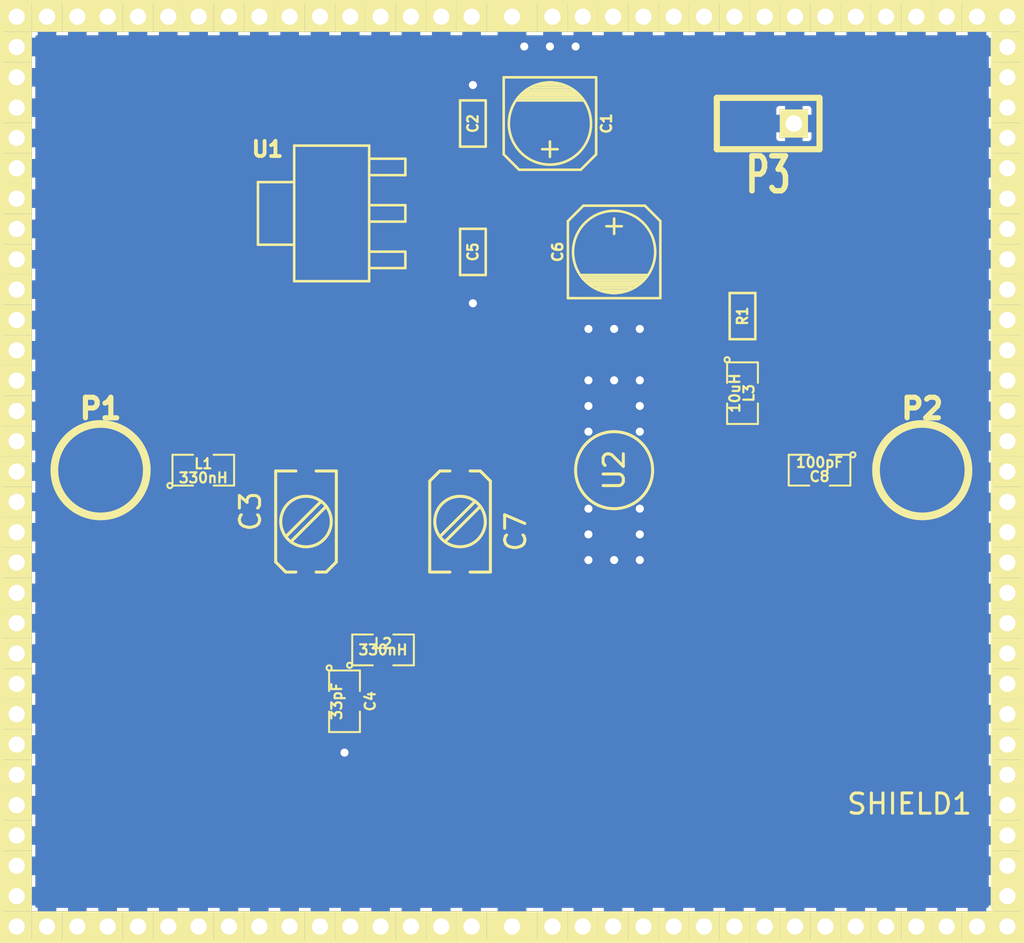
<source format=kicad_pcb>
(kicad_pcb (version 4) (host pcbnew "(2016-01-14 BZR 6468, Git f15af3a)-product")

  (general
    (links 148)
    (no_connects 0)
    (area 115.474999 83.224999 166.525001 130.275001)
    (thickness 1.6)
    (drawings 1)
    (tracks 107)
    (zones 0)
    (modules 18)
    (nets 12)
  )

  (page A4)
  (layers
    (0 F.Cu signal)
    (31 B.Cu signal)
    (32 B.Adhes user)
    (33 F.Adhes user)
    (34 B.Paste user)
    (35 F.Paste user)
    (36 B.SilkS user)
    (37 F.SilkS user)
    (38 B.Mask user)
    (39 F.Mask user)
    (40 Dwgs.User user)
    (41 Cmts.User user)
    (42 Eco1.User user)
    (43 Eco2.User user)
    (44 Edge.Cuts user)
    (45 Margin user)
    (46 B.CrtYd user)
    (47 F.CrtYd user)
    (48 B.Fab user)
    (49 F.Fab user)
  )

  (setup
    (last_trace_width 1)
    (user_trace_width 0.5)
    (user_trace_width 1)
    (user_trace_width 2.18)
    (trace_clearance 0.2)
    (zone_clearance 0.17)
    (zone_45_only no)
    (trace_min 0.2)
    (segment_width 0.2)
    (edge_width 0.15)
    (via_size 0.6)
    (via_drill 0.4)
    (via_min_size 0.4)
    (via_min_drill 0.19)
    (user_via 0.6 0.2)
    (uvia_size 0.3)
    (uvia_drill 0.1)
    (uvias_allowed no)
    (uvia_min_size 0.2)
    (uvia_min_drill 0.1)
    (pcb_text_width 0.3)
    (pcb_text_size 1.5 1.5)
    (mod_edge_width 0.15)
    (mod_text_size 1 1)
    (mod_text_width 0.15)
    (pad_size 1.397 1.397)
    (pad_drill 0.8128)
    (pad_to_mask_clearance 0.2)
    (aux_axis_origin 0 0)
    (visible_elements FFFFFF7F)
    (pcbplotparams
      (layerselection 0x00030_ffffffff)
      (usegerberextensions false)
      (excludeedgelayer true)
      (linewidth 0.100000)
      (plotframeref false)
      (viasonmask false)
      (mode 1)
      (useauxorigin false)
      (hpglpennumber 1)
      (hpglpenspeed 20)
      (hpglpendiameter 15)
      (hpglpenoverlay 2)
      (psnegative false)
      (psa4output false)
      (plotreference true)
      (plotvalue true)
      (plotinvisibletext false)
      (padsonsilk false)
      (subtractmaskfromsilk false)
      (outputformat 1)
      (mirror false)
      (drillshape 1)
      (scaleselection 1)
      (outputdirectory ""))
  )

  (net 0 "")
  (net 1 GND)
  (net 2 "Net-(C3-Pad2)")
  (net 3 "Net-(C3-Pad1)")
  (net 4 +5V)
  (net 5 "Net-(C7-Pad2)")
  (net 6 "Net-(C7-Pad1)")
  (net 7 "Net-(C8-Pad1)")
  (net 8 "Net-(C8-Pad2)")
  (net 9 "Net-(L1-Pad1)")
  (net 10 "Net-(L3-Pad1)")
  (net 11 "Net-(C1-Pad1)")

  (net_class Default "This is the default net class."
    (clearance 0.2)
    (trace_width 0.25)
    (via_dia 0.6)
    (via_drill 0.4)
    (uvia_dia 0.3)
    (uvia_drill 0.1)
    (add_net +5V)
    (add_net GND)
    (add_net "Net-(C1-Pad1)")
    (add_net "Net-(C3-Pad1)")
    (add_net "Net-(C3-Pad2)")
    (add_net "Net-(C7-Pad1)")
    (add_net "Net-(C7-Pad2)")
    (add_net "Net-(C8-Pad1)")
    (add_net "Net-(C8-Pad2)")
    (add_net "Net-(L1-Pad1)")
    (add_net "Net-(L3-Pad1)")
  )

  (module misc:teko371 (layer F.Cu) (tedit 57589E1E) (tstamp 5759321E)
    (at 141 106.75)
    (path /57589F67)
    (fp_text reference SHIELD1 (at 19.655 16.44) (layer F.SilkS)
      (effects (font (size 1 1) (thickness 0.15)))
    )
    (fp_text value CONN_1 (at 19.655 18.345) (layer F.Fab)
      (effects (font (size 1 1) (thickness 0.15)))
    )
    (fp_line (start 23.75 23.25) (end 23.75 -23.25) (layer F.SilkS) (width 0.15))
    (fp_line (start -25.25 -23.25) (end 25.25 -23.25) (layer F.SilkS) (width 0.15))
    (fp_line (start 25.25 -23.25) (end 25.25 23.25) (layer F.SilkS) (width 0.15))
    (fp_line (start 25.25 23.25) (end -25.25 23.25) (layer F.SilkS) (width 0.15))
    (fp_line (start -25.25 23.25) (end -25.25 -23.25) (layer F.SilkS) (width 0.15))
    (pad 1 thru_hole rect (at 23 -22.5) (size 1.5 1.5) (drill 0.8) (layers *.Cu *.Mask F.SilkS)
      (net 1 GND))
    (pad 1 thru_hole rect (at 21.5 -22.5) (size 1.5 1.5) (drill 0.8) (layers *.Cu *.Mask F.SilkS)
      (net 1 GND))
    (pad 1 thru_hole rect (at 20 -22.5) (size 1.5 1.5) (drill 0.8) (layers *.Cu *.Mask F.SilkS)
      (net 1 GND))
    (pad 1 thru_hole rect (at 18.5 -22.5) (size 1.5 1.5) (drill 0.8) (layers *.Cu *.Mask F.SilkS)
      (net 1 GND))
    (pad 1 thru_hole rect (at 17 -22.5) (size 1.5 1.5) (drill 0.8) (layers *.Cu *.Mask F.SilkS)
      (net 1 GND))
    (pad 1 thru_hole rect (at 15.5 -22.5) (size 1.5 1.5) (drill 0.8) (layers *.Cu *.Mask F.SilkS)
      (net 1 GND))
    (pad 1 thru_hole rect (at 14 -22.5) (size 1.5 1.5) (drill 0.8) (layers *.Cu *.Mask F.SilkS)
      (net 1 GND))
    (pad 1 thru_hole rect (at 12.5 -22.5) (size 1.5 1.5) (drill 0.8) (layers *.Cu *.Mask F.SilkS)
      (net 1 GND))
    (pad 1 thru_hole rect (at 11 -22.5) (size 1.5 1.5) (drill 0.8) (layers *.Cu *.Mask F.SilkS)
      (net 1 GND))
    (pad 1 thru_hole rect (at 9.5 -22.5) (size 1.5 1.5) (drill 0.8) (layers *.Cu *.Mask F.SilkS)
      (net 1 GND))
    (pad 1 thru_hole rect (at 8 -22.5) (size 1.5 1.5) (drill 0.8) (layers *.Cu *.Mask F.SilkS)
      (net 1 GND))
    (pad 1 thru_hole rect (at 6.5 -22.5) (size 1.5 1.5) (drill 0.8) (layers *.Cu *.Mask F.SilkS)
      (net 1 GND))
    (pad 1 thru_hole rect (at 5 -22.5) (size 1.5 1.5) (drill 0.8) (layers *.Cu *.Mask F.SilkS)
      (net 1 GND))
    (pad 1 thru_hole rect (at 3.5 -22.5) (size 1.5 1.5) (drill 0.8) (layers *.Cu *.Mask F.SilkS)
      (net 1 GND))
    (pad 1 thru_hole rect (at 2 -22.5) (size 1.5 1.5) (drill 0.8) (layers *.Cu *.Mask F.SilkS)
      (net 1 GND))
    (pad 1 thru_hole rect (at -23 -22.5) (size 1.5 1.5) (drill 0.8) (layers *.Cu *.Mask F.SilkS)
      (net 1 GND))
    (pad 1 thru_hole rect (at -21.5 -22.5) (size 1.5 1.5) (drill 0.8) (layers *.Cu *.Mask F.SilkS)
      (net 1 GND))
    (pad 1 thru_hole rect (at -20 -22.5) (size 1.5 1.5) (drill 0.8) (layers *.Cu *.Mask F.SilkS)
      (net 1 GND))
    (pad 1 thru_hole rect (at -18.5 -22.5) (size 1.5 1.5) (drill 0.8) (layers *.Cu *.Mask F.SilkS)
      (net 1 GND))
    (pad 1 thru_hole rect (at -17 -22.5) (size 1.5 1.5) (drill 0.8) (layers *.Cu *.Mask F.SilkS)
      (net 1 GND))
    (pad 1 thru_hole rect (at -15.5 -22.5) (size 1.5 1.5) (drill 0.8) (layers *.Cu *.Mask F.SilkS)
      (net 1 GND))
    (pad 1 thru_hole rect (at -14 -22.5) (size 1.5 1.5) (drill 0.8) (layers *.Cu *.Mask F.SilkS)
      (net 1 GND))
    (pad 1 thru_hole rect (at -12.5 -22.5) (size 1.5 1.5) (drill 0.8) (layers *.Cu *.Mask F.SilkS)
      (net 1 GND))
    (pad 1 thru_hole rect (at -11 -22.5) (size 1.5 1.5) (drill 0.8) (layers *.Cu *.Mask F.SilkS)
      (net 1 GND))
    (pad 1 thru_hole rect (at -9.5 -22.5) (size 1.5 1.5) (drill 0.8) (layers *.Cu *.Mask F.SilkS)
      (net 1 GND))
    (pad 1 thru_hole rect (at -8 -22.5) (size 1.5 1.5) (drill 0.8) (layers *.Cu *.Mask F.SilkS)
      (net 1 GND))
    (pad 1 thru_hole rect (at -6.5 -22.5) (size 1.5 1.5) (drill 0.8) (layers *.Cu *.Mask F.SilkS)
      (net 1 GND))
    (pad 1 thru_hole rect (at -5 -22.5) (size 1.5 1.5) (drill 0.8) (layers *.Cu *.Mask F.SilkS)
      (net 1 GND))
    (pad 1 thru_hole rect (at -3.5 -22.5) (size 1.5 1.5) (drill 0.8) (layers *.Cu *.Mask F.SilkS)
      (net 1 GND))
    (pad 1 thru_hole rect (at -2 -22.5) (size 1.5 1.5) (drill 0.8) (layers *.Cu *.Mask F.SilkS)
      (net 1 GND))
    (pad 1 thru_hole rect (at 0 -22.5) (size 2.5 1.5) (drill 0.8) (layers *.Cu *.Mask F.SilkS)
      (net 1 GND))
    (pad 1 thru_hole rect (at 24.5 22.5) (size 1.5 1.5) (drill 0.8) (layers *.Cu *.Mask F.SilkS)
      (net 1 GND))
    (pad 1 thru_hole rect (at 24.5 21) (size 1.5 1.5) (drill 0.8) (layers *.Cu *.Mask F.SilkS)
      (net 1 GND))
    (pad 1 thru_hole rect (at 24.5 19.5) (size 1.5 1.5) (drill 0.8) (layers *.Cu *.Mask F.SilkS)
      (net 1 GND))
    (pad 1 thru_hole rect (at 24.5 18) (size 1.5 1.5) (drill 0.8) (layers *.Cu *.Mask F.SilkS)
      (net 1 GND))
    (pad 1 thru_hole rect (at 24.5 16.5) (size 1.5 1.5) (drill 0.8) (layers *.Cu *.Mask F.SilkS)
      (net 1 GND))
    (pad 1 thru_hole rect (at 24.5 15) (size 1.5 1.5) (drill 0.8) (layers *.Cu *.Mask F.SilkS)
      (net 1 GND))
    (pad 1 thru_hole rect (at 24.5 13.5) (size 1.5 1.5) (drill 0.8) (layers *.Cu *.Mask F.SilkS)
      (net 1 GND))
    (pad 1 thru_hole rect (at 24.5 12) (size 1.5 1.5) (drill 0.8) (layers *.Cu *.Mask F.SilkS)
      (net 1 GND))
    (pad 1 thru_hole rect (at 24.5 10.5) (size 1.5 1.5) (drill 0.8) (layers *.Cu *.Mask F.SilkS)
      (net 1 GND))
    (pad 1 thru_hole rect (at 24.5 9) (size 1.5 1.5) (drill 0.8) (layers *.Cu *.Mask F.SilkS)
      (net 1 GND))
    (pad 1 thru_hole rect (at 24.5 7.5) (size 1.5 1.5) (drill 0.8) (layers *.Cu *.Mask F.SilkS)
      (net 1 GND))
    (pad 1 thru_hole rect (at 24.5 6) (size 1.5 1.5) (drill 0.8) (layers *.Cu *.Mask F.SilkS)
      (net 1 GND))
    (pad 1 thru_hole rect (at 24.5 4.5) (size 1.5 1.5) (drill 0.8) (layers *.Cu *.Mask F.SilkS)
      (net 1 GND))
    (pad 1 thru_hole rect (at 24.5 3) (size 1.5 1.5) (drill 0.8) (layers *.Cu *.Mask F.SilkS)
      (net 1 GND))
    (pad 1 thru_hole rect (at 24.5 1.5) (size 1.5 1.5) (drill 0.8) (layers *.Cu *.Mask F.SilkS)
      (net 1 GND))
    (pad 1 thru_hole rect (at 24.5 0) (size 1.5 1.5) (drill 0.8) (layers *.Cu *.Mask F.SilkS)
      (net 1 GND))
    (pad 1 thru_hole rect (at 24.5 -1.5) (size 1.5 1.5) (drill 0.8) (layers *.Cu *.Mask F.SilkS)
      (net 1 GND))
    (pad 1 thru_hole rect (at 24.5 -3) (size 1.5 1.5) (drill 0.8) (layers *.Cu *.Mask F.SilkS)
      (net 1 GND))
    (pad 1 thru_hole rect (at 24.5 -4.5) (size 1.5 1.5) (drill 0.8) (layers *.Cu *.Mask F.SilkS)
      (net 1 GND))
    (pad 1 thru_hole rect (at 24.5 -6) (size 1.5 1.5) (drill 0.8) (layers *.Cu *.Mask F.SilkS)
      (net 1 GND))
    (pad 1 thru_hole rect (at 24.5 -7.5) (size 1.5 1.5) (drill 0.8) (layers *.Cu *.Mask F.SilkS)
      (net 1 GND))
    (pad 1 thru_hole rect (at 24.5 -9) (size 1.5 1.5) (drill 0.8) (layers *.Cu *.Mask F.SilkS)
      (net 1 GND))
    (pad 1 thru_hole rect (at 24.5 -10.5) (size 1.5 1.5) (drill 0.8) (layers *.Cu *.Mask F.SilkS)
      (net 1 GND))
    (pad 1 thru_hole rect (at 24.5 -12) (size 1.5 1.5) (drill 0.8) (layers *.Cu *.Mask F.SilkS)
      (net 1 GND))
    (pad 1 thru_hole rect (at 24.5 -13.5) (size 1.5 1.5) (drill 0.8) (layers *.Cu *.Mask F.SilkS)
      (net 1 GND))
    (pad 1 thru_hole rect (at 24.5 -15) (size 1.5 1.5) (drill 0.8) (layers *.Cu *.Mask F.SilkS)
      (net 1 GND))
    (pad 1 thru_hole rect (at 24.5 -16.5) (size 1.5 1.5) (drill 0.8) (layers *.Cu *.Mask F.SilkS)
      (net 1 GND))
    (pad 1 thru_hole rect (at 24.5 -18) (size 1.5 1.5) (drill 0.8) (layers *.Cu *.Mask F.SilkS)
      (net 1 GND))
    (pad 1 thru_hole rect (at 24.5 -19.5) (size 1.5 1.5) (drill 0.8) (layers *.Cu *.Mask F.SilkS)
      (net 1 GND))
    (pad 1 thru_hole rect (at 24.5 -21) (size 1.5 1.5) (drill 0.8) (layers *.Cu *.Mask F.SilkS)
      (net 1 GND))
    (pad 1 thru_hole rect (at 24.5 -22.5) (size 1.5 1.5) (drill 0.8) (layers *.Cu *.Mask F.SilkS)
      (net 1 GND))
    (pad 1 thru_hole rect (at -24.5 -22.5) (size 1.5 1.5) (drill 0.8) (layers *.Cu *.Mask F.SilkS)
      (net 1 GND))
    (pad 1 thru_hole rect (at -24.5 -21) (size 1.5 1.5) (drill 0.8) (layers *.Cu *.Mask F.SilkS)
      (net 1 GND))
    (pad 1 thru_hole rect (at -24.5 -19.5) (size 1.5 1.5) (drill 0.8) (layers *.Cu *.Mask F.SilkS)
      (net 1 GND))
    (pad 1 thru_hole rect (at -24.5 -18) (size 1.5 1.5) (drill 0.8) (layers *.Cu *.Mask F.SilkS)
      (net 1 GND))
    (pad 1 thru_hole rect (at -24.5 -16.5) (size 1.5 1.5) (drill 0.8) (layers *.Cu *.Mask F.SilkS)
      (net 1 GND))
    (pad 1 thru_hole rect (at -24.5 -15) (size 1.5 1.5) (drill 0.8) (layers *.Cu *.Mask F.SilkS)
      (net 1 GND))
    (pad 1 thru_hole rect (at -24.5 -13.5) (size 1.5 1.5) (drill 0.8) (layers *.Cu *.Mask F.SilkS)
      (net 1 GND))
    (pad 1 thru_hole rect (at -24.5 -12) (size 1.5 1.5) (drill 0.8) (layers *.Cu *.Mask F.SilkS)
      (net 1 GND))
    (pad 1 thru_hole rect (at -24.5 -10.5) (size 1.5 1.5) (drill 0.8) (layers *.Cu *.Mask F.SilkS)
      (net 1 GND))
    (pad 1 thru_hole rect (at -24.5 -9) (size 1.5 1.5) (drill 0.8) (layers *.Cu *.Mask F.SilkS)
      (net 1 GND))
    (pad 1 thru_hole rect (at -24.5 -7.5) (size 1.5 1.5) (drill 0.8) (layers *.Cu *.Mask F.SilkS)
      (net 1 GND))
    (pad 1 thru_hole rect (at -24.5 -6) (size 1.5 1.5) (drill 0.8) (layers *.Cu *.Mask F.SilkS)
      (net 1 GND))
    (pad 1 thru_hole rect (at -24.5 -4.5) (size 1.5 1.5) (drill 0.8) (layers *.Cu *.Mask F.SilkS)
      (net 1 GND))
    (pad 1 thru_hole rect (at -24.5 -3) (size 1.5 1.5) (drill 0.8) (layers *.Cu *.Mask F.SilkS)
      (net 1 GND))
    (pad 1 thru_hole rect (at -24.5 -1.5) (size 1.5 1.5) (drill 0.8) (layers *.Cu *.Mask F.SilkS)
      (net 1 GND))
    (pad 1 thru_hole rect (at -24.5 0) (size 1.5 1.5) (drill 0.8) (layers *.Cu *.Mask F.SilkS)
      (net 1 GND))
    (pad 1 thru_hole rect (at -24.5 1.5) (size 1.5 1.5) (drill 0.8) (layers *.Cu *.Mask F.SilkS)
      (net 1 GND))
    (pad 1 thru_hole rect (at -24.5 3) (size 1.5 1.5) (drill 0.8) (layers *.Cu *.Mask F.SilkS)
      (net 1 GND))
    (pad 1 thru_hole rect (at -24.5 4.5) (size 1.5 1.5) (drill 0.8) (layers *.Cu *.Mask F.SilkS)
      (net 1 GND))
    (pad 1 thru_hole rect (at -24.5 6) (size 1.5 1.5) (drill 0.8) (layers *.Cu *.Mask F.SilkS)
      (net 1 GND))
    (pad 1 thru_hole rect (at -24.5 7.5) (size 1.5 1.5) (drill 0.8) (layers *.Cu *.Mask F.SilkS)
      (net 1 GND))
    (pad 1 thru_hole rect (at -24.5 9) (size 1.5 1.5) (drill 0.8) (layers *.Cu *.Mask F.SilkS)
      (net 1 GND))
    (pad 1 thru_hole rect (at -24.5 10.5) (size 1.5 1.5) (drill 0.8) (layers *.Cu *.Mask F.SilkS)
      (net 1 GND))
    (pad 1 thru_hole rect (at -24.5 12) (size 1.5 1.5) (drill 0.8) (layers *.Cu *.Mask F.SilkS)
      (net 1 GND))
    (pad 1 thru_hole rect (at -24.5 13.5) (size 1.5 1.5) (drill 0.8) (layers *.Cu *.Mask F.SilkS)
      (net 1 GND))
    (pad 1 thru_hole rect (at -24.5 15) (size 1.5 1.5) (drill 0.8) (layers *.Cu *.Mask F.SilkS)
      (net 1 GND))
    (pad 1 thru_hole rect (at -24.5 16.5) (size 1.5 1.5) (drill 0.8) (layers *.Cu *.Mask F.SilkS)
      (net 1 GND))
    (pad 1 thru_hole rect (at -24.5 18) (size 1.5 1.5) (drill 0.8) (layers *.Cu *.Mask F.SilkS)
      (net 1 GND))
    (pad 1 thru_hole rect (at -24.5 19.5) (size 1.5 1.5) (drill 0.8) (layers *.Cu *.Mask F.SilkS)
      (net 1 GND))
    (pad 1 thru_hole rect (at -24.5 21) (size 1.5 1.5) (drill 0.8) (layers *.Cu *.Mask F.SilkS)
      (net 1 GND))
    (pad 1 thru_hole rect (at -24.5 22.5) (size 1.5 1.5) (drill 0.8) (layers *.Cu *.Mask F.SilkS)
      (net 1 GND))
    (pad 1 thru_hole rect (at 0 22.5) (size 2.5 1.5) (drill 0.8) (layers *.Cu *.Mask F.SilkS)
      (net 1 GND))
    (pad 1 thru_hole rect (at -2 22.5) (size 1.5 1.5) (drill 0.8) (layers *.Cu *.Mask F.SilkS)
      (net 1 GND))
    (pad 1 thru_hole rect (at -3.5 22.5) (size 1.5 1.5) (drill 0.8) (layers *.Cu *.Mask F.SilkS)
      (net 1 GND))
    (pad 1 thru_hole rect (at -5 22.5) (size 1.5 1.5) (drill 0.8) (layers *.Cu *.Mask F.SilkS)
      (net 1 GND))
    (pad 1 thru_hole rect (at -6.5 22.5) (size 1.5 1.5) (drill 0.8) (layers *.Cu *.Mask F.SilkS)
      (net 1 GND))
    (pad 1 thru_hole rect (at -8 22.5) (size 1.5 1.5) (drill 0.8) (layers *.Cu *.Mask F.SilkS)
      (net 1 GND))
    (pad 1 thru_hole rect (at -9.5 22.5) (size 1.5 1.5) (drill 0.8) (layers *.Cu *.Mask F.SilkS)
      (net 1 GND))
    (pad 1 thru_hole rect (at -11 22.5) (size 1.5 1.5) (drill 0.8) (layers *.Cu *.Mask F.SilkS)
      (net 1 GND))
    (pad 1 thru_hole rect (at -12.5 22.5) (size 1.5 1.5) (drill 0.8) (layers *.Cu *.Mask F.SilkS)
      (net 1 GND))
    (pad 1 thru_hole rect (at -14 22.5) (size 1.5 1.5) (drill 0.8) (layers *.Cu *.Mask F.SilkS)
      (net 1 GND))
    (pad 1 thru_hole rect (at -15.5 22.5) (size 1.5 1.5) (drill 0.8) (layers *.Cu *.Mask F.SilkS)
      (net 1 GND))
    (pad 1 thru_hole rect (at -17 22.5) (size 1.5 1.5) (drill 0.8) (layers *.Cu *.Mask F.SilkS)
      (net 1 GND))
    (pad 1 thru_hole rect (at -18.5 22.5) (size 1.5 1.5) (drill 0.8) (layers *.Cu *.Mask F.SilkS)
      (net 1 GND))
    (pad 1 thru_hole rect (at -20 22.5) (size 1.5 1.5) (drill 0.8) (layers *.Cu *.Mask F.SilkS)
      (net 1 GND))
    (pad 1 thru_hole rect (at -21.5 22.5) (size 1.5 1.5) (drill 0.8) (layers *.Cu *.Mask F.SilkS)
      (net 1 GND))
    (pad 1 thru_hole rect (at -23 22.5) (size 1.5 1.5) (drill 0.8) (layers *.Cu *.Mask F.SilkS)
      (net 1 GND))
    (pad 1 thru_hole rect (at 2 22.5) (size 1.5 1.5) (drill 0.8) (layers *.Cu *.Mask F.SilkS)
      (net 1 GND))
    (pad 1 thru_hole rect (at 3.5 22.5) (size 1.5 1.5) (drill 0.8) (layers *.Cu *.Mask F.SilkS)
      (net 1 GND))
    (pad 1 thru_hole rect (at 5 22.5) (size 1.5 1.5) (drill 0.8) (layers *.Cu *.Mask F.SilkS)
      (net 1 GND))
    (pad 1 thru_hole rect (at 6.5 22.5) (size 1.5 1.5) (drill 0.8) (layers *.Cu *.Mask F.SilkS)
      (net 1 GND))
    (pad 1 thru_hole rect (at 8 22.5) (size 1.5 1.5) (drill 0.8) (layers *.Cu *.Mask F.SilkS)
      (net 1 GND))
    (pad 1 thru_hole rect (at 9.5 22.5) (size 1.5 1.5) (drill 0.8) (layers *.Cu *.Mask F.SilkS)
      (net 1 GND))
    (pad 1 thru_hole rect (at 11 22.5) (size 1.5 1.5) (drill 0.8) (layers *.Cu *.Mask F.SilkS)
      (net 1 GND))
    (pad 1 thru_hole rect (at 12.5 22.5) (size 1.5 1.5) (drill 0.8) (layers *.Cu *.Mask F.SilkS)
      (net 1 GND))
    (pad 1 thru_hole rect (at 14 22.5) (size 1.5 1.5) (drill 0.8) (layers *.Cu *.Mask F.SilkS)
      (net 1 GND))
    (pad 1 thru_hole rect (at 15.5 22.5) (size 1.5 1.5) (drill 0.8) (layers *.Cu *.Mask F.SilkS)
      (net 1 GND))
    (pad 1 thru_hole rect (at 17 22.5) (size 1.5 1.5) (drill 0.8) (layers *.Cu *.Mask F.SilkS)
      (net 1 GND))
    (pad 1 thru_hole rect (at 18.5 22.5) (size 1.5 1.5) (drill 0.8) (layers *.Cu *.Mask F.SilkS)
      (net 1 GND))
    (pad 1 thru_hole rect (at 20 22.5) (size 1.5 1.5) (drill 0.8) (layers *.Cu *.Mask F.SilkS)
      (net 1 GND))
    (pad 1 thru_hole rect (at 21.5 22.5) (size 1.5 1.5) (drill 0.8) (layers *.Cu *.Mask F.SilkS)
      (net 1 GND))
    (pad 1 thru_hole rect (at 23 22.5) (size 1.5 1.5) (drill 0.8) (layers *.Cu *.Mask F.SilkS)
      (net 1 GND))
  )

  (module smd_capacitors:c_elec_4x5.3 (layer F.Cu) (tedit 49F5A3DC) (tstamp 57589524)
    (at 142.875 89.535 270)
    (descr "SMT capacitor, aluminium electrolytic, 4x5.3")
    (path /575604AF)
    (fp_text reference C1 (at 0 -2.794 270) (layer F.SilkS)
      (effects (font (size 0.50038 0.50038) (thickness 0.11938)))
    )
    (fp_text value 10uF (at 0 2.794 270) (layer F.SilkS) hide
      (effects (font (size 0.50038 0.50038) (thickness 0.11938)))
    )
    (fp_line (start 1.651 0) (end 0.889 0) (layer F.SilkS) (width 0.127))
    (fp_line (start 1.27 -0.381) (end 1.27 0.381) (layer F.SilkS) (width 0.127))
    (fp_line (start 1.524 2.286) (end -2.286 2.286) (layer F.SilkS) (width 0.127))
    (fp_line (start 2.286 -1.524) (end 2.286 1.524) (layer F.SilkS) (width 0.127))
    (fp_line (start 1.524 2.286) (end 2.286 1.524) (layer F.SilkS) (width 0.127))
    (fp_line (start 1.524 -2.286) (end -2.286 -2.286) (layer F.SilkS) (width 0.127))
    (fp_line (start 1.524 -2.286) (end 2.286 -1.524) (layer F.SilkS) (width 0.127))
    (fp_line (start -2.032 0.127) (end -2.032 -0.127) (layer F.SilkS) (width 0.127))
    (fp_line (start -1.905 -0.635) (end -1.905 0.635) (layer F.SilkS) (width 0.127))
    (fp_line (start -1.778 0.889) (end -1.778 -0.889) (layer F.SilkS) (width 0.127))
    (fp_line (start -1.651 1.143) (end -1.651 -1.143) (layer F.SilkS) (width 0.127))
    (fp_line (start -1.524 -1.27) (end -1.524 1.27) (layer F.SilkS) (width 0.127))
    (fp_line (start -1.397 1.397) (end -1.397 -1.397) (layer F.SilkS) (width 0.127))
    (fp_line (start -1.27 -1.524) (end -1.27 1.524) (layer F.SilkS) (width 0.127))
    (fp_line (start -1.143 -1.651) (end -1.143 1.651) (layer F.SilkS) (width 0.127))
    (fp_circle (center 0 0) (end -2.032 0) (layer F.SilkS) (width 0.127))
    (fp_line (start -2.286 -2.286) (end -2.286 2.286) (layer F.SilkS) (width 0.127))
    (pad 1 smd rect (at 1.80086 0 270) (size 2.60096 1.6002) (layers F.Cu F.Paste F.Mask)
      (net 11 "Net-(C1-Pad1)"))
    (pad 2 smd rect (at -1.80086 0 270) (size 2.60096 1.6002) (layers F.Cu F.Paste F.Mask)
      (net 1 GND))
    (model smd/capacitors/c_elec_4x5_3.wrl
      (at (xyz 0 0 0))
      (scale (xyz 1 1 1))
      (rotate (xyz 0 0 0))
    )
  )

  (module libcms:SM0603 (layer F.Cu) (tedit 4E43A3D1) (tstamp 5758952E)
    (at 139.065 89.535 90)
    (path /57560509)
    (attr smd)
    (fp_text reference C2 (at 0 0 90) (layer F.SilkS)
      (effects (font (size 0.508 0.4572) (thickness 0.1143)))
    )
    (fp_text value 100nf (at 0 0 90) (layer F.SilkS) hide
      (effects (font (size 0.508 0.4572) (thickness 0.1143)))
    )
    (fp_line (start -1.143 -0.635) (end 1.143 -0.635) (layer F.SilkS) (width 0.127))
    (fp_line (start 1.143 -0.635) (end 1.143 0.635) (layer F.SilkS) (width 0.127))
    (fp_line (start 1.143 0.635) (end -1.143 0.635) (layer F.SilkS) (width 0.127))
    (fp_line (start -1.143 0.635) (end -1.143 -0.635) (layer F.SilkS) (width 0.127))
    (pad 1 smd rect (at -0.762 0 90) (size 0.635 1.143) (layers F.Cu F.Paste F.Mask)
      (net 11 "Net-(C1-Pad1)"))
    (pad 2 smd rect (at 0.762 0 90) (size 0.635 1.143) (layers F.Cu F.Paste F.Mask)
      (net 1 GND))
    (model smd\resistors\R0603.wrl
      (at (xyz 0 0 0.001))
      (scale (xyz 0.5 0.5 0.5))
      (rotate (xyz 0 0 0))
    )
  )

  (module misc:TZC3 (layer F.Cu) (tedit 56AD41EF) (tstamp 5758953F)
    (at 130.81 109.22 90)
    (path /5755E3AD)
    (fp_text reference C3 (at 0.5 -2.75 90) (layer F.SilkS)
      (effects (font (size 1 1) (thickness 0.15)))
    )
    (fp_text value 3-10pfF (at 0.5 -4.25 90) (layer F.Fab)
      (effects (font (size 1 1) (thickness 0.15)))
    )
    (fp_line (start -0.75 -1) (end 1 0.75) (layer F.SilkS) (width 0.15))
    (fp_line (start -1 -0.75) (end 0.75 1) (layer F.SilkS) (width 0.15))
    (fp_circle (center 0 0) (end 0 -1.25) (layer F.SilkS) (width 0.15))
    (fp_line (start -2.5 0.5) (end -2.5 1) (layer F.SilkS) (width 0.15))
    (fp_line (start -2.5 1) (end -2 1.5) (layer F.SilkS) (width 0.15))
    (fp_line (start -2 1.5) (end 2.5 1.5) (layer F.SilkS) (width 0.15))
    (fp_line (start 2.5 1.5) (end 2.5 0.5) (layer F.SilkS) (width 0.15))
    (fp_line (start -2.5 -0.5) (end -2.5 -1) (layer F.SilkS) (width 0.15))
    (fp_line (start -2.5 -1) (end -2 -1.5) (layer F.SilkS) (width 0.15))
    (fp_line (start -2 -1.5) (end 2.5 -1.5) (layer F.SilkS) (width 0.15))
    (fp_line (start 2.5 -1.5) (end 2.5 -0.5) (layer F.SilkS) (width 0.15))
    (pad 2 smd rect (at 2.25 0 90) (size 1.2 1) (layers F.Cu F.Paste F.Mask)
      (net 2 "Net-(C3-Pad2)"))
    (pad 1 smd rect (at -2.25 0 90) (size 1.2 1) (layers F.Cu F.Paste F.Mask)
      (net 3 "Net-(C3-Pad1)"))
  )

  (module libcms:SM0805 (layer F.Cu) (tedit 57589E2A) (tstamp 5758954C)
    (at 132.715 118.11 270)
    (path /5755E5AA)
    (attr smd)
    (fp_text reference C4 (at 0 -1.27 270) (layer F.SilkS)
      (effects (font (size 0.50038 0.50038) (thickness 0.10922)))
    )
    (fp_text value 33pF (at 0 0.381 270) (layer F.SilkS)
      (effects (font (size 0.50038 0.50038) (thickness 0.10922)))
    )
    (fp_circle (center -1.651 0.762) (end -1.651 0.635) (layer F.SilkS) (width 0.09906))
    (fp_line (start -0.508 0.762) (end -1.524 0.762) (layer F.SilkS) (width 0.09906))
    (fp_line (start -1.524 0.762) (end -1.524 -0.762) (layer F.SilkS) (width 0.09906))
    (fp_line (start -1.524 -0.762) (end -0.508 -0.762) (layer F.SilkS) (width 0.09906))
    (fp_line (start 0.508 -0.762) (end 1.524 -0.762) (layer F.SilkS) (width 0.09906))
    (fp_line (start 1.524 -0.762) (end 1.524 0.762) (layer F.SilkS) (width 0.09906))
    (fp_line (start 1.524 0.762) (end 0.508 0.762) (layer F.SilkS) (width 0.09906))
    (pad 1 smd rect (at -0.9525 0 270) (size 0.889 1.397) (layers F.Cu F.Paste F.Mask)
      (net 3 "Net-(C3-Pad1)"))
    (pad 2 smd rect (at 0.9525 0 270) (size 0.889 1.397) (layers F.Cu F.Paste F.Mask)
      (net 1 GND))
    (model smd/chip_cms.wrl
      (at (xyz 0 0 0))
      (scale (xyz 0.1 0.1 0.1))
      (rotate (xyz 0 0 0))
    )
  )

  (module libcms:SM0603 (layer F.Cu) (tedit 4E43A3D1) (tstamp 57589556)
    (at 139.065 95.885 270)
    (path /57560988)
    (attr smd)
    (fp_text reference C5 (at 0 0 270) (layer F.SilkS)
      (effects (font (size 0.508 0.4572) (thickness 0.1143)))
    )
    (fp_text value 100nF (at 0 0 270) (layer F.SilkS) hide
      (effects (font (size 0.508 0.4572) (thickness 0.1143)))
    )
    (fp_line (start -1.143 -0.635) (end 1.143 -0.635) (layer F.SilkS) (width 0.127))
    (fp_line (start 1.143 -0.635) (end 1.143 0.635) (layer F.SilkS) (width 0.127))
    (fp_line (start 1.143 0.635) (end -1.143 0.635) (layer F.SilkS) (width 0.127))
    (fp_line (start -1.143 0.635) (end -1.143 -0.635) (layer F.SilkS) (width 0.127))
    (pad 1 smd rect (at -0.762 0 270) (size 0.635 1.143) (layers F.Cu F.Paste F.Mask)
      (net 4 +5V))
    (pad 2 smd rect (at 0.762 0 270) (size 0.635 1.143) (layers F.Cu F.Paste F.Mask)
      (net 1 GND))
    (model smd\resistors\R0603.wrl
      (at (xyz 0 0 0.001))
      (scale (xyz 0.5 0.5 0.5))
      (rotate (xyz 0 0 0))
    )
  )

  (module smd_capacitors:c_elec_4x5.3 (layer F.Cu) (tedit 49F5A3DC) (tstamp 5758956D)
    (at 146.05 95.885 90)
    (descr "SMT capacitor, aluminium electrolytic, 4x5.3")
    (path /57560982)
    (fp_text reference C6 (at 0 -2.794 90) (layer F.SilkS)
      (effects (font (size 0.50038 0.50038) (thickness 0.11938)))
    )
    (fp_text value 10uF (at 0 2.794 90) (layer F.SilkS) hide
      (effects (font (size 0.50038 0.50038) (thickness 0.11938)))
    )
    (fp_line (start 1.651 0) (end 0.889 0) (layer F.SilkS) (width 0.127))
    (fp_line (start 1.27 -0.381) (end 1.27 0.381) (layer F.SilkS) (width 0.127))
    (fp_line (start 1.524 2.286) (end -2.286 2.286) (layer F.SilkS) (width 0.127))
    (fp_line (start 2.286 -1.524) (end 2.286 1.524) (layer F.SilkS) (width 0.127))
    (fp_line (start 1.524 2.286) (end 2.286 1.524) (layer F.SilkS) (width 0.127))
    (fp_line (start 1.524 -2.286) (end -2.286 -2.286) (layer F.SilkS) (width 0.127))
    (fp_line (start 1.524 -2.286) (end 2.286 -1.524) (layer F.SilkS) (width 0.127))
    (fp_line (start -2.032 0.127) (end -2.032 -0.127) (layer F.SilkS) (width 0.127))
    (fp_line (start -1.905 -0.635) (end -1.905 0.635) (layer F.SilkS) (width 0.127))
    (fp_line (start -1.778 0.889) (end -1.778 -0.889) (layer F.SilkS) (width 0.127))
    (fp_line (start -1.651 1.143) (end -1.651 -1.143) (layer F.SilkS) (width 0.127))
    (fp_line (start -1.524 -1.27) (end -1.524 1.27) (layer F.SilkS) (width 0.127))
    (fp_line (start -1.397 1.397) (end -1.397 -1.397) (layer F.SilkS) (width 0.127))
    (fp_line (start -1.27 -1.524) (end -1.27 1.524) (layer F.SilkS) (width 0.127))
    (fp_line (start -1.143 -1.651) (end -1.143 1.651) (layer F.SilkS) (width 0.127))
    (fp_circle (center 0 0) (end -2.032 0) (layer F.SilkS) (width 0.127))
    (fp_line (start -2.286 -2.286) (end -2.286 2.286) (layer F.SilkS) (width 0.127))
    (pad 1 smd rect (at 1.80086 0 90) (size 2.60096 1.6002) (layers F.Cu F.Paste F.Mask)
      (net 4 +5V))
    (pad 2 smd rect (at -1.80086 0 90) (size 2.60096 1.6002) (layers F.Cu F.Paste F.Mask)
      (net 1 GND))
    (model smd/capacitors/c_elec_4x5_3.wrl
      (at (xyz 0 0 0))
      (scale (xyz 1 1 1))
      (rotate (xyz 0 0 0))
    )
  )

  (module misc:TZC3 (layer F.Cu) (tedit 56AD41EF) (tstamp 5758957E)
    (at 138.43 109.22 270)
    (path /5755E56A)
    (fp_text reference C7 (at 0.5 -2.75 270) (layer F.SilkS)
      (effects (font (size 1 1) (thickness 0.15)))
    )
    (fp_text value 3-10pF (at 0.5 -4.25 270) (layer F.Fab)
      (effects (font (size 1 1) (thickness 0.15)))
    )
    (fp_line (start -0.75 -1) (end 1 0.75) (layer F.SilkS) (width 0.15))
    (fp_line (start -1 -0.75) (end 0.75 1) (layer F.SilkS) (width 0.15))
    (fp_circle (center 0 0) (end 0 -1.25) (layer F.SilkS) (width 0.15))
    (fp_line (start -2.5 0.5) (end -2.5 1) (layer F.SilkS) (width 0.15))
    (fp_line (start -2.5 1) (end -2 1.5) (layer F.SilkS) (width 0.15))
    (fp_line (start -2 1.5) (end 2.5 1.5) (layer F.SilkS) (width 0.15))
    (fp_line (start 2.5 1.5) (end 2.5 0.5) (layer F.SilkS) (width 0.15))
    (fp_line (start -2.5 -0.5) (end -2.5 -1) (layer F.SilkS) (width 0.15))
    (fp_line (start -2.5 -1) (end -2 -1.5) (layer F.SilkS) (width 0.15))
    (fp_line (start -2 -1.5) (end 2.5 -1.5) (layer F.SilkS) (width 0.15))
    (fp_line (start 2.5 -1.5) (end 2.5 -0.5) (layer F.SilkS) (width 0.15))
    (pad 2 smd rect (at 2.25 0 270) (size 1.2 1) (layers F.Cu F.Paste F.Mask)
      (net 5 "Net-(C7-Pad2)"))
    (pad 1 smd rect (at -2.25 0 270) (size 1.2 1) (layers F.Cu F.Paste F.Mask)
      (net 6 "Net-(C7-Pad1)"))
  )

  (module libcms:SM0805 (layer F.Cu) (tedit 5091495C) (tstamp 5758958B)
    (at 156.21 106.68 180)
    (path /5755F009)
    (attr smd)
    (fp_text reference C8 (at 0 -0.3175 180) (layer F.SilkS)
      (effects (font (size 0.50038 0.50038) (thickness 0.10922)))
    )
    (fp_text value 100pF (at 0 0.381 180) (layer F.SilkS)
      (effects (font (size 0.50038 0.50038) (thickness 0.10922)))
    )
    (fp_circle (center -1.651 0.762) (end -1.651 0.635) (layer F.SilkS) (width 0.09906))
    (fp_line (start -0.508 0.762) (end -1.524 0.762) (layer F.SilkS) (width 0.09906))
    (fp_line (start -1.524 0.762) (end -1.524 -0.762) (layer F.SilkS) (width 0.09906))
    (fp_line (start -1.524 -0.762) (end -0.508 -0.762) (layer F.SilkS) (width 0.09906))
    (fp_line (start 0.508 -0.762) (end 1.524 -0.762) (layer F.SilkS) (width 0.09906))
    (fp_line (start 1.524 -0.762) (end 1.524 0.762) (layer F.SilkS) (width 0.09906))
    (fp_line (start 1.524 0.762) (end 0.508 0.762) (layer F.SilkS) (width 0.09906))
    (pad 1 smd rect (at -0.9525 0 180) (size 0.889 1.397) (layers F.Cu F.Paste F.Mask)
      (net 7 "Net-(C8-Pad1)"))
    (pad 2 smd rect (at 0.9525 0 180) (size 0.889 1.397) (layers F.Cu F.Paste F.Mask)
      (net 8 "Net-(C8-Pad2)"))
    (model smd/chip_cms.wrl
      (at (xyz 0 0 0))
      (scale (xyz 0.1 0.1 0.1))
      (rotate (xyz 0 0 0))
    )
  )

  (module libcms:SM0805 (layer F.Cu) (tedit 5091495C) (tstamp 57589598)
    (at 125.73 106.68)
    (path /5755E2D1)
    (attr smd)
    (fp_text reference L1 (at 0 -0.3175) (layer F.SilkS)
      (effects (font (size 0.50038 0.50038) (thickness 0.10922)))
    )
    (fp_text value 330nH (at 0 0.381) (layer F.SilkS)
      (effects (font (size 0.50038 0.50038) (thickness 0.10922)))
    )
    (fp_circle (center -1.651 0.762) (end -1.651 0.635) (layer F.SilkS) (width 0.09906))
    (fp_line (start -0.508 0.762) (end -1.524 0.762) (layer F.SilkS) (width 0.09906))
    (fp_line (start -1.524 0.762) (end -1.524 -0.762) (layer F.SilkS) (width 0.09906))
    (fp_line (start -1.524 -0.762) (end -0.508 -0.762) (layer F.SilkS) (width 0.09906))
    (fp_line (start 0.508 -0.762) (end 1.524 -0.762) (layer F.SilkS) (width 0.09906))
    (fp_line (start 1.524 -0.762) (end 1.524 0.762) (layer F.SilkS) (width 0.09906))
    (fp_line (start 1.524 0.762) (end 0.508 0.762) (layer F.SilkS) (width 0.09906))
    (pad 1 smd rect (at -0.9525 0) (size 0.889 1.397) (layers F.Cu F.Paste F.Mask)
      (net 9 "Net-(L1-Pad1)"))
    (pad 2 smd rect (at 0.9525 0) (size 0.889 1.397) (layers F.Cu F.Paste F.Mask)
      (net 2 "Net-(C3-Pad2)"))
    (model smd/chip_cms.wrl
      (at (xyz 0 0 0))
      (scale (xyz 0.1 0.1 0.1))
      (rotate (xyz 0 0 0))
    )
  )

  (module libcms:SM0805 (layer F.Cu) (tedit 57589476) (tstamp 575895A5)
    (at 134.62 115.57)
    (path /5755E358)
    (attr smd)
    (fp_text reference L2 (at 0 -0.3175) (layer F.SilkS)
      (effects (font (size 0.50038 0.50038) (thickness 0.10922)))
    )
    (fp_text value 330nH (at 0 0) (layer F.SilkS)
      (effects (font (size 0.50038 0.50038) (thickness 0.10922)))
    )
    (fp_circle (center -1.651 0.762) (end -1.651 0.635) (layer F.SilkS) (width 0.09906))
    (fp_line (start -0.508 0.762) (end -1.524 0.762) (layer F.SilkS) (width 0.09906))
    (fp_line (start -1.524 0.762) (end -1.524 -0.762) (layer F.SilkS) (width 0.09906))
    (fp_line (start -1.524 -0.762) (end -0.508 -0.762) (layer F.SilkS) (width 0.09906))
    (fp_line (start 0.508 -0.762) (end 1.524 -0.762) (layer F.SilkS) (width 0.09906))
    (fp_line (start 1.524 -0.762) (end 1.524 0.762) (layer F.SilkS) (width 0.09906))
    (fp_line (start 1.524 0.762) (end 0.508 0.762) (layer F.SilkS) (width 0.09906))
    (pad 1 smd rect (at -0.9525 0) (size 0.889 1.397) (layers F.Cu F.Paste F.Mask)
      (net 3 "Net-(C3-Pad1)"))
    (pad 2 smd rect (at 0.9525 0) (size 0.889 1.397) (layers F.Cu F.Paste F.Mask)
      (net 5 "Net-(C7-Pad2)"))
    (model smd/chip_cms.wrl
      (at (xyz 0 0 0))
      (scale (xyz 0.1 0.1 0.1))
      (rotate (xyz 0 0 0))
    )
  )

  (module libcms:SM0805 (layer F.Cu) (tedit 5091495C) (tstamp 575895B2)
    (at 152.4 102.87 270)
    (path /5755EA9F)
    (attr smd)
    (fp_text reference L3 (at 0 -0.3175 270) (layer F.SilkS)
      (effects (font (size 0.50038 0.50038) (thickness 0.10922)))
    )
    (fp_text value 10uH (at 0 0.381 270) (layer F.SilkS)
      (effects (font (size 0.50038 0.50038) (thickness 0.10922)))
    )
    (fp_circle (center -1.651 0.762) (end -1.651 0.635) (layer F.SilkS) (width 0.09906))
    (fp_line (start -0.508 0.762) (end -1.524 0.762) (layer F.SilkS) (width 0.09906))
    (fp_line (start -1.524 0.762) (end -1.524 -0.762) (layer F.SilkS) (width 0.09906))
    (fp_line (start -1.524 -0.762) (end -0.508 -0.762) (layer F.SilkS) (width 0.09906))
    (fp_line (start 0.508 -0.762) (end 1.524 -0.762) (layer F.SilkS) (width 0.09906))
    (fp_line (start 1.524 -0.762) (end 1.524 0.762) (layer F.SilkS) (width 0.09906))
    (fp_line (start 1.524 0.762) (end 0.508 0.762) (layer F.SilkS) (width 0.09906))
    (pad 1 smd rect (at -0.9525 0 270) (size 0.889 1.397) (layers F.Cu F.Paste F.Mask)
      (net 10 "Net-(L3-Pad1)"))
    (pad 2 smd rect (at 0.9525 0 270) (size 0.889 1.397) (layers F.Cu F.Paste F.Mask)
      (net 8 "Net-(C8-Pad2)"))
    (model smd/chip_cms.wrl
      (at (xyz 0 0 0))
      (scale (xyz 0.1 0.1 0.1))
      (rotate (xyz 0 0 0))
    )
  )

  (module libcms:SM0603 (layer F.Cu) (tedit 4E43A3D1) (tstamp 575895CE)
    (at 152.4 99.06 270)
    (path /5755EB07)
    (attr smd)
    (fp_text reference R1 (at 0 0 270) (layer F.SilkS)
      (effects (font (size 0.508 0.4572) (thickness 0.1143)))
    )
    (fp_text value 91 (at 0 0 270) (layer F.SilkS) hide
      (effects (font (size 0.508 0.4572) (thickness 0.1143)))
    )
    (fp_line (start -1.143 -0.635) (end 1.143 -0.635) (layer F.SilkS) (width 0.127))
    (fp_line (start 1.143 -0.635) (end 1.143 0.635) (layer F.SilkS) (width 0.127))
    (fp_line (start 1.143 0.635) (end -1.143 0.635) (layer F.SilkS) (width 0.127))
    (fp_line (start -1.143 0.635) (end -1.143 -0.635) (layer F.SilkS) (width 0.127))
    (pad 1 smd rect (at -0.762 0 270) (size 0.635 1.143) (layers F.Cu F.Paste F.Mask)
      (net 4 +5V))
    (pad 2 smd rect (at 0.762 0 270) (size 0.635 1.143) (layers F.Cu F.Paste F.Mask)
      (net 10 "Net-(L3-Pad1)"))
    (model smd\resistors\R0603.wrl
      (at (xyz 0 0 0.001))
      (scale (xyz 0.5 0.5 0.5))
      (rotate (xyz 0 0 0))
    )
  )

  (module misc:sot223 (layer F.Cu) (tedit 5564C941) (tstamp 575895E6)
    (at 132.08 93.98 90)
    (descr SOT223)
    (path /575600BB)
    (fp_text reference U1 (at 3.175 -3.175 180) (layer F.SilkS)
      (effects (font (size 0.75 0.75) (thickness 0.2)))
    )
    (fp_text value LM1117-5 (at 0 1.0414 90) (layer F.SilkS) hide
      (effects (font (size 1.00076 1.00076) (thickness 0.20066)))
    )
    (fp_line (start -1.5494 -3.6449) (end 1.5494 -3.6449) (layer F.SilkS) (width 0.127))
    (fp_line (start 1.5494 -3.6449) (end 1.5494 -1.8542) (layer F.SilkS) (width 0.127))
    (fp_line (start -1.5494 -3.6449) (end -1.5494 -1.8542) (layer F.SilkS) (width 0.127))
    (fp_line (start 1.8923 3.6449) (end 2.7051 3.6449) (layer F.SilkS) (width 0.127))
    (fp_line (start 2.7051 3.6449) (end 2.7051 1.8542) (layer F.SilkS) (width 0.127))
    (fp_line (start 1.8923 3.6449) (end 1.8923 1.8542) (layer F.SilkS) (width 0.127))
    (fp_line (start -0.4064 3.6449) (end -0.4064 1.8542) (layer F.SilkS) (width 0.127))
    (fp_line (start 0.4064 3.6449) (end 0.4064 1.8542) (layer F.SilkS) (width 0.127))
    (fp_line (start -0.4064 3.6449) (end 0.4064 3.6449) (layer F.SilkS) (width 0.127))
    (fp_line (start -2.7051 3.6449) (end -1.8923 3.6449) (layer F.SilkS) (width 0.127))
    (fp_line (start -1.8923 3.6449) (end -1.8923 1.8542) (layer F.SilkS) (width 0.127))
    (fp_line (start -2.7051 3.6449) (end -2.7051 1.8542) (layer F.SilkS) (width 0.127))
    (fp_line (start 3.3528 1.8542) (end -3.3528 1.8542) (layer F.SilkS) (width 0.127))
    (fp_line (start -3.3528 1.8542) (end -3.3528 -1.8542) (layer F.SilkS) (width 0.127))
    (fp_line (start -3.3528 -1.8542) (end 3.3528 -1.8542) (layer F.SilkS) (width 0.127))
    (fp_line (start 3.3528 -1.8542) (end 3.3528 1.8542) (layer F.SilkS) (width 0.127))
    (pad 1 smd rect (at -2.30124 2.99974 90) (size 1.30048 1.80086) (layers F.Cu F.Paste F.Mask)
      (net 1 GND))
    (pad 2 smd rect (at 0 2.99974 90) (size 1.30048 1.80086) (layers F.Cu F.Paste F.Mask)
      (net 4 +5V))
    (pad 3 smd rect (at 2.30124 2.99974 90) (size 1.30048 1.80086) (layers F.Cu F.Paste F.Mask)
      (net 11 "Net-(C1-Pad1)"))
    (pad 4 smd rect (at 0 -2.99974 90) (size 3.79984 1.80086) (layers F.Cu F.Paste F.Mask))
    (model walter/smd_trans/sot223.wrl
      (at (xyz 0 0 0))
      (scale (xyz 1 1 1))
      (rotate (xyz 0 0 0))
    )
  )

  (module misc:VV105 (layer F.Cu) (tedit 57589E16) (tstamp 575895EF)
    (at 146.05 106.68 270)
    (path /5755E86C)
    (fp_text reference U2 (at 0 0 270) (layer F.SilkS)
      (effects (font (size 1 1) (thickness 0.15)))
    )
    (fp_text value MAR-6+ (at 4.826 4.572 270) (layer F.Fab)
      (effects (font (size 1 1) (thickness 0.15)))
    )
    (fp_circle (center 0 0) (end 0 -1.905) (layer F.SilkS) (width 0.15))
    (pad 1 smd rect (at 0 2.794 270) (size 1.1 2) (layers F.Cu F.Paste F.Mask)
      (net 6 "Net-(C7-Pad1)"))
    (pad 3 smd rect (at 0 -2.794 270) (size 1.1 2) (layers F.Cu F.Paste F.Mask)
      (net 8 "Net-(C8-Pad2)"))
    (pad 2 smd rect (at 2.794 0) (size 1.1 2) (layers F.Cu F.Paste F.Mask)
      (net 1 GND))
    (pad 4 smd rect (at -2.794 0) (size 1.1 2) (layers F.Cu F.Paste F.Mask)
      (net 1 GND))
  )

  (module connect:1pin (layer F.Cu) (tedit 575893A2) (tstamp 5758C5FC)
    (at 120.65 106.68)
    (descr "module 1 pin (ou trou mecanique de percage)")
    (tags DEV)
    (path /5755E110)
    (fp_text reference P1 (at 0 -3.048) (layer F.SilkS)
      (effects (font (size 1.016 1.016) (thickness 0.254)))
    )
    (fp_text value CONN_1 (at 0 2.794) (layer F.SilkS) hide
      (effects (font (size 1.016 1.016) (thickness 0.254)))
    )
    (fp_circle (center 0 0) (end 0 -2.286) (layer F.SilkS) (width 0.381))
    (pad 1 smd circle (at 0 0) (size 2.5 2.5) (layers F.Cu F.Paste F.Mask)
      (net 9 "Net-(L1-Pad1)"))
  )

  (module connect:1pin (layer F.Cu) (tedit 57589371) (tstamp 5758C600)
    (at 161.29 106.68)
    (descr "module 1 pin (ou trou mecanique de percage)")
    (tags DEV)
    (path /5755EBDB)
    (fp_text reference P2 (at 0 -3.048) (layer F.SilkS)
      (effects (font (size 1.016 1.016) (thickness 0.254)))
    )
    (fp_text value CONN_1 (at 0 2.794) (layer F.SilkS) hide
      (effects (font (size 1.016 1.016) (thickness 0.254)))
    )
    (fp_circle (center 0 0) (end 0 -2.286) (layer F.SilkS) (width 0.381))
    (pad 1 smd circle (at 0 0) (size 2.5 2.5) (layers F.Cu F.Paste F.Mask)
      (net 7 "Net-(C8-Pad1)"))
  )

  (module connect:SIL-2 (layer F.Cu) (tedit 57589BAD) (tstamp 5758FA12)
    (at 153.67 89.535 180)
    (descr "Connecteurs 2 pins")
    (tags "CONN DEV")
    (path /57589A35)
    (fp_text reference P3 (at 0 -2.54 180) (layer F.SilkS)
      (effects (font (size 1.72974 1.08712) (thickness 0.3048)))
    )
    (fp_text value CONN_2 (at 0 -2.54 180) (layer F.SilkS) hide
      (effects (font (size 1.524 1.016) (thickness 0.3048)))
    )
    (fp_line (start -2.54 1.27) (end -2.54 -1.27) (layer F.SilkS) (width 0.3048))
    (fp_line (start -2.54 -1.27) (end 2.54 -1.27) (layer F.SilkS) (width 0.3048))
    (fp_line (start 2.54 -1.27) (end 2.54 1.27) (layer F.SilkS) (width 0.3048))
    (fp_line (start 2.54 1.27) (end -2.54 1.27) (layer F.SilkS) (width 0.3048))
    (pad 1 thru_hole rect (at -1.27 0 180) (size 1.397 1.397) (drill 0.8128) (layers *.Cu *.Mask F.SilkS)
      (net 1 GND))
    (pad 2 smd circle (at 1.27 0 180) (size 1.397 1.397) (layers F.Cu F.Paste F.Mask)
      (net 11 "Net-(C1-Pad1)"))
  )

  (gr_line (start 116.5 106.75) (end 165.5 106.75) (angle 90) (layer Cmts.User) (width 0.2))

  (segment (start 132.715 119.0625) (end 132.715 120.65) (width 1) (layer F.Cu) (net 1) (status 400000))
  (via (at 132.715 120.65) (size 0.6) (drill 0.4) (layers F.Cu B.Cu) (net 1))
  (segment (start 142.875 85.725) (end 141.605 85.725) (width 1) (layer F.Cu) (net 1))
  (via (at 141.605 85.725) (size 0.6) (drill 0.4) (layers F.Cu B.Cu) (net 1))
  (segment (start 142.875 85.725) (end 144.145 85.725) (width 1) (layer F.Cu) (net 1))
  (via (at 144.145 85.725) (size 0.6) (drill 0.4) (layers F.Cu B.Cu) (net 1))
  (segment (start 146.05 99.695) (end 147.32 99.695) (width 1) (layer F.Cu) (net 1))
  (via (at 147.32 99.695) (size 0.6) (drill 0.4) (layers F.Cu B.Cu) (net 1))
  (segment (start 146.05 99.695) (end 144.78 99.695) (width 1) (layer F.Cu) (net 1))
  (via (at 144.78 99.695) (size 0.6) (drill 0.4) (layers F.Cu B.Cu) (net 1))
  (segment (start 146.05 109.474) (end 145.161 109.474) (width 1) (layer F.Cu) (net 1) (status 400000))
  (segment (start 145.161 109.474) (end 144.78 109.855) (width 1) (layer F.Cu) (net 1) (tstamp 5759340F))
  (segment (start 144.78 109.855) (end 144.78 108.585) (width 1) (layer F.Cu) (net 1))
  (via (at 144.78 108.585) (size 0.6) (drill 0.4) (layers F.Cu B.Cu) (net 1))
  (segment (start 144.78 111.125) (end 144.78 109.855) (width 1) (layer F.Cu) (net 1))
  (via (at 144.78 109.855) (size 0.6) (drill 0.4) (layers F.Cu B.Cu) (net 1))
  (segment (start 146.05 111.125) (end 144.78 111.125) (width 1) (layer F.Cu) (net 1))
  (via (at 144.78 111.125) (size 0.6) (drill 0.4) (layers F.Cu B.Cu) (net 1))
  (via (at 146.05 111.125) (size 0.6) (drill 0.4) (layers F.Cu B.Cu) (net 1))
  (segment (start 146.05 109.474) (end 146.939 109.474) (width 1) (layer F.Cu) (net 1))
  (segment (start 146.939 109.474) (end 147.32 109.855) (width 1) (layer F.Cu) (net 1) (tstamp 575933E7))
  (segment (start 147.32 109.855) (end 147.32 108.585) (width 1) (layer F.Cu) (net 1))
  (via (at 147.32 108.585) (size 0.6) (drill 0.4) (layers F.Cu B.Cu) (net 1))
  (segment (start 147.32 111.125) (end 147.32 109.855) (width 1) (layer F.Cu) (net 1))
  (via (at 147.32 109.855) (size 0.6) (drill 0.4) (layers F.Cu B.Cu) (net 1))
  (segment (start 146.05 111.125) (end 147.32 111.125) (width 1) (layer F.Cu) (net 1))
  (via (at 147.32 111.125) (size 0.6) (drill 0.4) (layers F.Cu B.Cu) (net 1))
  (segment (start 146.05 109.474) (end 146.05 111.125) (width 1) (layer F.Cu) (net 1))
  (segment (start 142.875 87.73414) (end 142.875 85.725) (width 1) (layer F.Cu) (net 1))
  (via (at 142.875 85.725) (size 0.6) (drill 0.4) (layers F.Cu B.Cu) (net 1))
  (segment (start 146.05 103.886) (end 145.161 103.886) (width 1) (layer F.Cu) (net 1))
  (segment (start 145.161 103.886) (end 144.78 103.505) (width 1) (layer F.Cu) (net 1) (tstamp 575933A8))
  (segment (start 144.78 103.505) (end 144.78 104.775) (width 1) (layer F.Cu) (net 1))
  (via (at 144.78 104.775) (size 0.6) (drill 0.4) (layers F.Cu B.Cu) (net 1))
  (segment (start 144.78 102.235) (end 144.78 103.505) (width 1) (layer F.Cu) (net 1))
  (via (at 144.78 103.505) (size 0.6) (drill 0.4) (layers F.Cu B.Cu) (net 1))
  (segment (start 146.05 102.235) (end 144.78 102.235) (width 1) (layer F.Cu) (net 1))
  (via (at 144.78 102.235) (size 0.6) (drill 0.4) (layers F.Cu B.Cu) (net 1))
  (segment (start 146.05 103.886) (end 146.939 103.886) (width 1) (layer F.Cu) (net 1))
  (segment (start 146.939 103.886) (end 147.32 103.505) (width 1) (layer F.Cu) (net 1) (tstamp 57593397))
  (segment (start 147.32 103.505) (end 147.32 104.775) (width 1) (layer F.Cu) (net 1))
  (via (at 147.32 104.775) (size 0.6) (drill 0.4) (layers F.Cu B.Cu) (net 1))
  (segment (start 147.32 102.235) (end 147.32 103.505) (width 1) (layer F.Cu) (net 1))
  (via (at 147.32 103.505) (size 0.6) (drill 0.4) (layers F.Cu B.Cu) (net 1))
  (segment (start 146.05 102.235) (end 147.32 102.235) (width 1) (layer F.Cu) (net 1))
  (via (at 147.32 102.235) (size 0.6) (drill 0.4) (layers F.Cu B.Cu) (net 1))
  (segment (start 146.05 103.886) (end 146.05 102.235) (width 1) (layer F.Cu) (net 1))
  (via (at 146.05 102.235) (size 0.6) (drill 0.4) (layers F.Cu B.Cu) (net 1))
  (via (at 146.05 99.695) (size 0.6) (drill 0.4) (layers F.Cu B.Cu) (net 1))
  (segment (start 146.05 97.68586) (end 146.05 99.695) (width 1) (layer F.Cu) (net 1))
  (segment (start 139.065 97.155) (end 137.16 97.155) (width 1) (layer F.Cu) (net 1))
  (segment (start 137.16 97.155) (end 136.28624 96.28124) (width 1) (layer F.Cu) (net 1) (tstamp 57593376))
  (segment (start 136.28624 96.28124) (end 135.07974 96.28124) (width 1) (layer F.Cu) (net 1) (tstamp 57593377))
  (segment (start 139.065 96.647) (end 139.065 97.155) (width 1) (layer F.Cu) (net 1))
  (segment (start 139.065 97.155) (end 139.065 98.425) (width 1) (layer F.Cu) (net 1) (tstamp 57593374))
  (via (at 139.065 98.425) (size 0.6) (drill 0.4) (layers F.Cu B.Cu) (net 1))
  (segment (start 139.065 88.773) (end 139.065 87.63) (width 1) (layer F.Cu) (net 1))
  (via (at 139.065 87.63) (size 0.6) (drill 0.4) (layers F.Cu B.Cu) (net 1))
  (segment (start 127.635 106.68) (end 130.52 106.68) (width 2.18) (layer F.Cu) (net 2))
  (segment (start 130.52 106.68) (end 130.81 106.97) (width 2.18) (layer F.Cu) (net 2) (tstamp 5758C90E))
  (segment (start 126.6825 106.68) (end 127.635 106.68) (width 1) (layer F.Cu) (net 2))
  (segment (start 130.52 106.68) (end 130.81 106.97) (width 0.5) (layer F.Cu) (net 2) (tstamp 5758C77A))
  (segment (start 130.52 106.68) (end 130.81 106.97) (width 0.25) (layer F.Cu) (net 2) (tstamp 5758C741))
  (segment (start 132.715 115.57) (end 132.715 116.205) (width 1) (layer F.Cu) (net 3) (tstamp 5758C9B6))
  (segment (start 132.715 116.205) (end 132.715 115.57) (width 1) (layer F.Cu) (net 3) (tstamp 5758C9B8))
  (segment (start 130.81 113.665) (end 132.715 115.57) (width 2.18) (layer F.Cu) (net 3) (tstamp 5758C8FE))
  (segment (start 132.715 115.57) (end 132.715 115.57) (width 2.18) (layer F.Cu) (net 3) (tstamp 5758C9B9))
  (segment (start 133.6675 115.57) (end 132.715 115.57) (width 1) (layer F.Cu) (net 3))
  (segment (start 132.715 117.1575) (end 132.715 115.57) (width 1) (layer F.Cu) (net 3))
  (segment (start 130.81 111.47) (end 130.81 113.665) (width 2.18) (layer F.Cu) (net 3))
  (segment (start 131.1 111.76) (end 130.81 111.47) (width 0.5) (layer F.Cu) (net 3) (tstamp 5758C780))
  (segment (start 131.1 111.76) (end 130.81 111.47) (width 0.25) (layer F.Cu) (net 3) (tstamp 5758C750))
  (segment (start 146.05 94.08414) (end 150.59914 94.08414) (width 1) (layer F.Cu) (net 4))
  (segment (start 150.59914 94.08414) (end 152.4 95.885) (width 1) (layer F.Cu) (net 4) (tstamp 5758CDD1))
  (segment (start 152.4 95.885) (end 152.4 98.298) (width 1) (layer F.Cu) (net 4) (tstamp 5758CDD2))
  (segment (start 139.065 93.98) (end 145.94586 93.98) (width 1) (layer F.Cu) (net 4))
  (segment (start 145.94586 93.98) (end 146.05 94.08414) (width 1) (layer F.Cu) (net 4) (tstamp 5758CDCE))
  (segment (start 139.065 93.98) (end 139.065 95.123) (width 1) (layer F.Cu) (net 4))
  (segment (start 135.07974 93.98) (end 139.065 93.98) (width 1) (layer F.Cu) (net 4))
  (segment (start 138.43 113.665) (end 136.525 115.57) (width 2.18) (layer F.Cu) (net 5) (tstamp 5758C903))
  (segment (start 135.5725 115.57) (end 136.525 115.57) (width 1) (layer F.Cu) (net 5))
  (segment (start 138.43 111.47) (end 138.43 113.665) (width 2.18) (layer F.Cu) (net 5))
  (segment (start 141.605 106.68) (end 138.72 106.68) (width 2.18) (layer F.Cu) (net 6))
  (segment (start 138.72 106.68) (end 138.43 106.97) (width 2.18) (layer F.Cu) (net 6) (tstamp 5758C914))
  (segment (start 143.256 106.68) (end 141.605 106.68) (width 1) (layer F.Cu) (net 6))
  (segment (start 138.72 106.68) (end 138.43 106.97) (width 0.25) (layer F.Cu) (net 6) (tstamp 5758C74B))
  (segment (start 158.115 106.68) (end 161.29 106.68) (width 2.18) (layer F.Cu) (net 7))
  (segment (start 157.1625 106.68) (end 158.115 106.68) (width 1) (layer F.Cu) (net 7))
  (segment (start 148.844 106.68) (end 150.495 106.68) (width 1) (layer F.Cu) (net 8))
  (segment (start 152.4 103.8225) (end 152.4 106.68) (width 1) (layer F.Cu) (net 8))
  (segment (start 152.4 106.68) (end 152.4 107.315) (width 1) (layer F.Cu) (net 8) (tstamp 5758C9D8))
  (segment (start 152.4 107.315) (end 152.4 106.68) (width 1) (layer F.Cu) (net 8) (tstamp 5758C9DA))
  (segment (start 150.495 106.68) (end 152.4 106.68) (width 2.18) (layer F.Cu) (net 8))
  (segment (start 152.4 106.68) (end 154.305 106.68) (width 2.18) (layer F.Cu) (net 8) (tstamp 5758C9DB))
  (segment (start 155.2575 106.68) (end 154.94 106.68) (width 1) (layer F.Cu) (net 8))
  (segment (start 123.825 106.68) (end 120.65 106.68) (width 2.18) (layer F.Cu) (net 9))
  (segment (start 124.7775 106.68) (end 123.825 106.68) (width 1) (layer F.Cu) (net 9))
  (segment (start 152.4 101.9175) (end 152.4 99.822) (width 1) (layer F.Cu) (net 10))
  (segment (start 140.97 91.67876) (end 150.25624 91.67876) (width 1) (layer F.Cu) (net 11))
  (segment (start 150.25624 91.67876) (end 152.4 89.535) (width 1) (layer F.Cu) (net 11) (tstamp 5758FA24))
  (segment (start 139.065 90.297) (end 139.065 91.67876) (width 1) (layer F.Cu) (net 11))
  (segment (start 139.065 91.67876) (end 139.065 91.44) (width 1) (layer F.Cu) (net 11) (tstamp 5758CBA0))
  (segment (start 139.065 91.44) (end 139.065 91.67876) (width 1) (layer F.Cu) (net 11) (tstamp 5758CBA2))
  (segment (start 135.07974 91.67876) (end 139.065 91.67876) (width 1) (layer F.Cu) (net 11))
  (segment (start 139.065 91.67876) (end 140.97 91.67876) (width 1) (layer F.Cu) (net 11) (tstamp 5758CBA3))
  (segment (start 140.97 91.67876) (end 142.5321 91.67876) (width 1) (layer F.Cu) (net 11) (tstamp 5758FA22))
  (segment (start 142.5321 91.67876) (end 142.875 91.33586) (width 1) (layer F.Cu) (net 11) (tstamp 5758CB9D))

  (zone (net 1) (net_name GND) (layer B.Cu) (tstamp 5759332B) (hatch edge 0.508)
    (connect_pads (clearance 0.17))
    (min_thickness 0.17)
    (fill yes (arc_segments 16) (thermal_gap 0.17) (thermal_bridge_width 2))
    (polygon
      (pts
        (xy 116.205 83.82) (xy 165.735 83.82) (xy 165.735 129.54) (xy 116.205 129.54)
      )
    )
    (filled_polygon
      (pts
        (xy 165.65 129.455) (xy 116.29 129.455) (xy 116.29 128.125) (xy 116.875 128.125) (xy 116.875 128.875)
        (xy 117.625 128.875) (xy 117.625 128.30875) (xy 118.375 128.30875) (xy 118.375 128.875) (xy 119.125 128.875)
        (xy 119.125 128.30875) (xy 119.875 128.30875) (xy 119.875 128.875) (xy 120.625 128.875) (xy 120.625 128.30875)
        (xy 121.375 128.30875) (xy 121.375 128.875) (xy 122.125 128.875) (xy 122.125 128.30875) (xy 122.875 128.30875)
        (xy 122.875 128.875) (xy 123.625 128.875) (xy 123.625 128.30875) (xy 124.375 128.30875) (xy 124.375 128.875)
        (xy 125.125 128.875) (xy 125.125 128.30875) (xy 125.875 128.30875) (xy 125.875 128.875) (xy 126.625 128.875)
        (xy 126.625 128.30875) (xy 127.375 128.30875) (xy 127.375 128.875) (xy 128.125 128.875) (xy 128.125 128.30875)
        (xy 128.875 128.30875) (xy 128.875 128.875) (xy 129.625 128.875) (xy 129.625 128.30875) (xy 130.375 128.30875)
        (xy 130.375 128.875) (xy 131.125 128.875) (xy 131.125 128.30875) (xy 131.875 128.30875) (xy 131.875 128.875)
        (xy 132.625 128.875) (xy 132.625 128.30875) (xy 133.375 128.30875) (xy 133.375 128.875) (xy 134.125 128.875)
        (xy 134.125 128.30875) (xy 134.875 128.30875) (xy 134.875 128.875) (xy 135.625 128.875) (xy 135.625 128.30875)
        (xy 136.375 128.30875) (xy 136.375 128.875) (xy 137.125 128.875) (xy 137.125 128.30875) (xy 137.875 128.30875)
        (xy 137.875 128.875) (xy 138.625 128.875) (xy 138.625 128.30875) (xy 139.375 128.30875) (xy 139.375 128.875)
        (xy 140.375 128.875) (xy 140.375 128.30875) (xy 141.625 128.30875) (xy 141.625 128.875) (xy 142.625 128.875)
        (xy 142.625 128.30875) (xy 143.375 128.30875) (xy 143.375 128.875) (xy 144.125 128.875) (xy 144.125 128.30875)
        (xy 144.875 128.30875) (xy 144.875 128.875) (xy 145.625 128.875) (xy 145.625 128.30875) (xy 146.375 128.30875)
        (xy 146.375 128.875) (xy 147.125 128.875) (xy 147.125 128.30875) (xy 147.875 128.30875) (xy 147.875 128.875)
        (xy 148.625 128.875) (xy 148.625 128.30875) (xy 149.375 128.30875) (xy 149.375 128.875) (xy 150.125 128.875)
        (xy 150.125 128.30875) (xy 150.875 128.30875) (xy 150.875 128.875) (xy 151.625 128.875) (xy 151.625 128.30875)
        (xy 152.375 128.30875) (xy 152.375 128.875) (xy 153.125 128.875) (xy 153.125 128.30875) (xy 153.875 128.30875)
        (xy 153.875 128.875) (xy 154.625 128.875) (xy 154.625 128.30875) (xy 155.375 128.30875) (xy 155.375 128.875)
        (xy 156.125 128.875) (xy 156.125 128.30875) (xy 156.875 128.30875) (xy 156.875 128.875) (xy 157.625 128.875)
        (xy 157.625 128.30875) (xy 158.375 128.30875) (xy 158.375 128.875) (xy 159.125 128.875) (xy 159.125 128.30875)
        (xy 159.875 128.30875) (xy 159.875 128.875) (xy 160.625 128.875) (xy 160.625 128.30875) (xy 161.375 128.30875)
        (xy 161.375 128.875) (xy 162.125 128.875) (xy 162.125 128.30875) (xy 162.875 128.30875) (xy 162.875 128.875)
        (xy 163.625 128.875) (xy 163.625 128.30875) (xy 164.375 128.30875) (xy 164.375 128.875) (xy 165.125 128.875)
        (xy 165.125 128.125) (xy 164.55875 128.125) (xy 164.495 128.18875) (xy 164.495 128.245) (xy 164.43875 128.245)
        (xy 164.375 128.30875) (xy 163.625 128.30875) (xy 163.56125 128.245) (xy 162.93875 128.245) (xy 162.875 128.30875)
        (xy 162.125 128.30875) (xy 162.06125 128.245) (xy 161.43875 128.245) (xy 161.375 128.30875) (xy 160.625 128.30875)
        (xy 160.56125 128.245) (xy 159.93875 128.245) (xy 159.875 128.30875) (xy 159.125 128.30875) (xy 159.06125 128.245)
        (xy 158.43875 128.245) (xy 158.375 128.30875) (xy 157.625 128.30875) (xy 157.56125 128.245) (xy 156.93875 128.245)
        (xy 156.875 128.30875) (xy 156.125 128.30875) (xy 156.06125 128.245) (xy 155.43875 128.245) (xy 155.375 128.30875)
        (xy 154.625 128.30875) (xy 154.56125 128.245) (xy 153.93875 128.245) (xy 153.875 128.30875) (xy 153.125 128.30875)
        (xy 153.06125 128.245) (xy 152.43875 128.245) (xy 152.375 128.30875) (xy 151.625 128.30875) (xy 151.56125 128.245)
        (xy 150.93875 128.245) (xy 150.875 128.30875) (xy 150.125 128.30875) (xy 150.06125 128.245) (xy 149.43875 128.245)
        (xy 149.375 128.30875) (xy 148.625 128.30875) (xy 148.56125 128.245) (xy 147.93875 128.245) (xy 147.875 128.30875)
        (xy 147.125 128.30875) (xy 147.06125 128.245) (xy 146.43875 128.245) (xy 146.375 128.30875) (xy 145.625 128.30875)
        (xy 145.56125 128.245) (xy 144.93875 128.245) (xy 144.875 128.30875) (xy 144.125 128.30875) (xy 144.06125 128.245)
        (xy 143.43875 128.245) (xy 143.375 128.30875) (xy 142.625 128.30875) (xy 142.56125 128.245) (xy 141.68875 128.245)
        (xy 141.625 128.30875) (xy 140.375 128.30875) (xy 140.31125 128.245) (xy 139.43875 128.245) (xy 139.375 128.30875)
        (xy 138.625 128.30875) (xy 138.56125 128.245) (xy 137.93875 128.245) (xy 137.875 128.30875) (xy 137.125 128.30875)
        (xy 137.06125 128.245) (xy 136.43875 128.245) (xy 136.375 128.30875) (xy 135.625 128.30875) (xy 135.56125 128.245)
        (xy 134.93875 128.245) (xy 134.875 128.30875) (xy 134.125 128.30875) (xy 134.06125 128.245) (xy 133.43875 128.245)
        (xy 133.375 128.30875) (xy 132.625 128.30875) (xy 132.56125 128.245) (xy 131.93875 128.245) (xy 131.875 128.30875)
        (xy 131.125 128.30875) (xy 131.06125 128.245) (xy 130.43875 128.245) (xy 130.375 128.30875) (xy 129.625 128.30875)
        (xy 129.56125 128.245) (xy 128.93875 128.245) (xy 128.875 128.30875) (xy 128.125 128.30875) (xy 128.06125 128.245)
        (xy 127.43875 128.245) (xy 127.375 128.30875) (xy 126.625 128.30875) (xy 126.56125 128.245) (xy 125.93875 128.245)
        (xy 125.875 128.30875) (xy 125.125 128.30875) (xy 125.06125 128.245) (xy 124.43875 128.245) (xy 124.375 128.30875)
        (xy 123.625 128.30875) (xy 123.56125 128.245) (xy 122.93875 128.245) (xy 122.875 128.30875) (xy 122.125 128.30875)
        (xy 122.06125 128.245) (xy 121.43875 128.245) (xy 121.375 128.30875) (xy 120.625 128.30875) (xy 120.56125 128.245)
        (xy 119.93875 128.245) (xy 119.875 128.30875) (xy 119.125 128.30875) (xy 119.06125 128.245) (xy 118.43875 128.245)
        (xy 118.375 128.30875) (xy 117.625 128.30875) (xy 117.56125 128.245) (xy 117.505 128.245) (xy 117.505 128.18875)
        (xy 117.44125 128.125) (xy 116.875 128.125) (xy 116.29 128.125) (xy 116.29 126.625) (xy 116.875 126.625)
        (xy 116.875 127.375) (xy 117.44125 127.375) (xy 117.505 127.31125) (xy 117.505 126.68875) (xy 164.495 126.68875)
        (xy 164.495 127.31125) (xy 164.55875 127.375) (xy 165.125 127.375) (xy 165.125 126.625) (xy 164.55875 126.625)
        (xy 164.495 126.68875) (xy 117.505 126.68875) (xy 117.44125 126.625) (xy 116.875 126.625) (xy 116.29 126.625)
        (xy 116.29 125.125) (xy 116.875 125.125) (xy 116.875 125.875) (xy 117.44125 125.875) (xy 117.505 125.81125)
        (xy 117.505 125.18875) (xy 164.495 125.18875) (xy 164.495 125.81125) (xy 164.55875 125.875) (xy 165.125 125.875)
        (xy 165.125 125.125) (xy 164.55875 125.125) (xy 164.495 125.18875) (xy 117.505 125.18875) (xy 117.44125 125.125)
        (xy 116.875 125.125) (xy 116.29 125.125) (xy 116.29 123.625) (xy 116.875 123.625) (xy 116.875 124.375)
        (xy 117.44125 124.375) (xy 117.505 124.31125) (xy 117.505 123.68875) (xy 164.495 123.68875) (xy 164.495 124.31125)
        (xy 164.55875 124.375) (xy 165.125 124.375) (xy 165.125 123.625) (xy 164.55875 123.625) (xy 164.495 123.68875)
        (xy 117.505 123.68875) (xy 117.44125 123.625) (xy 116.875 123.625) (xy 116.29 123.625) (xy 116.29 122.125)
        (xy 116.875 122.125) (xy 116.875 122.875) (xy 117.44125 122.875) (xy 117.505 122.81125) (xy 117.505 122.18875)
        (xy 164.495 122.18875) (xy 164.495 122.81125) (xy 164.55875 122.875) (xy 165.125 122.875) (xy 165.125 122.125)
        (xy 164.55875 122.125) (xy 164.495 122.18875) (xy 117.505 122.18875) (xy 117.44125 122.125) (xy 116.875 122.125)
        (xy 116.29 122.125) (xy 116.29 120.625) (xy 116.875 120.625) (xy 116.875 121.375) (xy 117.44125 121.375)
        (xy 117.505 121.31125) (xy 117.505 120.68875) (xy 164.495 120.68875) (xy 164.495 121.31125) (xy 164.55875 121.375)
        (xy 165.125 121.375) (xy 165.125 120.625) (xy 164.55875 120.625) (xy 164.495 120.68875) (xy 117.505 120.68875)
        (xy 117.44125 120.625) (xy 116.875 120.625) (xy 116.29 120.625) (xy 116.29 119.125) (xy 116.875 119.125)
        (xy 116.875 119.875) (xy 117.44125 119.875) (xy 117.505 119.81125) (xy 117.505 119.18875) (xy 164.495 119.18875)
        (xy 164.495 119.81125) (xy 164.55875 119.875) (xy 165.125 119.875) (xy 165.125 119.125) (xy 164.55875 119.125)
        (xy 164.495 119.18875) (xy 117.505 119.18875) (xy 117.44125 119.125) (xy 116.875 119.125) (xy 116.29 119.125)
        (xy 116.29 117.625) (xy 116.875 117.625) (xy 116.875 118.375) (xy 117.44125 118.375) (xy 117.505 118.31125)
        (xy 117.505 117.68875) (xy 164.495 117.68875) (xy 164.495 118.31125) (xy 164.55875 118.375) (xy 165.125 118.375)
        (xy 165.125 117.625) (xy 164.55875 117.625) (xy 164.495 117.68875) (xy 117.505 117.68875) (xy 117.44125 117.625)
        (xy 116.875 117.625) (xy 116.29 117.625) (xy 116.29 116.125) (xy 116.875 116.125) (xy 116.875 116.875)
        (xy 117.44125 116.875) (xy 117.505 116.81125) (xy 117.505 116.18875) (xy 164.495 116.18875) (xy 164.495 116.81125)
        (xy 164.55875 116.875) (xy 165.125 116.875) (xy 165.125 116.125) (xy 164.55875 116.125) (xy 164.495 116.18875)
        (xy 117.505 116.18875) (xy 117.44125 116.125) (xy 116.875 116.125) (xy 116.29 116.125) (xy 116.29 114.625)
        (xy 116.875 114.625) (xy 116.875 115.375) (xy 117.44125 115.375) (xy 117.505 115.31125) (xy 117.505 114.68875)
        (xy 164.495 114.68875) (xy 164.495 115.31125) (xy 164.55875 115.375) (xy 165.125 115.375) (xy 165.125 114.625)
        (xy 164.55875 114.625) (xy 164.495 114.68875) (xy 117.505 114.68875) (xy 117.44125 114.625) (xy 116.875 114.625)
        (xy 116.29 114.625) (xy 116.29 113.125) (xy 116.875 113.125) (xy 116.875 113.875) (xy 117.44125 113.875)
        (xy 117.505 113.81125) (xy 117.505 113.18875) (xy 164.495 113.18875) (xy 164.495 113.81125) (xy 164.55875 113.875)
        (xy 165.125 113.875) (xy 165.125 113.125) (xy 164.55875 113.125) (xy 164.495 113.18875) (xy 117.505 113.18875)
        (xy 117.44125 113.125) (xy 116.875 113.125) (xy 116.29 113.125) (xy 116.29 111.625) (xy 116.875 111.625)
        (xy 116.875 112.375) (xy 117.44125 112.375) (xy 117.505 112.31125) (xy 117.505 111.68875) (xy 164.495 111.68875)
        (xy 164.495 112.31125) (xy 164.55875 112.375) (xy 165.125 112.375) (xy 165.125 111.625) (xy 164.55875 111.625)
        (xy 164.495 111.68875) (xy 117.505 111.68875) (xy 117.44125 111.625) (xy 116.875 111.625) (xy 116.29 111.625)
        (xy 116.29 110.125) (xy 116.875 110.125) (xy 116.875 110.875) (xy 117.44125 110.875) (xy 117.505 110.81125)
        (xy 117.505 110.18875) (xy 164.495 110.18875) (xy 164.495 110.81125) (xy 164.55875 110.875) (xy 165.125 110.875)
        (xy 165.125 110.125) (xy 164.55875 110.125) (xy 164.495 110.18875) (xy 117.505 110.18875) (xy 117.44125 110.125)
        (xy 116.875 110.125) (xy 116.29 110.125) (xy 116.29 108.625) (xy 116.875 108.625) (xy 116.875 109.375)
        (xy 117.44125 109.375) (xy 117.505 109.31125) (xy 117.505 108.68875) (xy 164.495 108.68875) (xy 164.495 109.31125)
        (xy 164.55875 109.375) (xy 165.125 109.375) (xy 165.125 108.625) (xy 164.55875 108.625) (xy 164.495 108.68875)
        (xy 117.505 108.68875) (xy 117.44125 108.625) (xy 116.875 108.625) (xy 116.29 108.625) (xy 116.29 107.125)
        (xy 116.875 107.125) (xy 116.875 107.875) (xy 117.44125 107.875) (xy 117.505 107.81125) (xy 117.505 107.18875)
        (xy 164.495 107.18875) (xy 164.495 107.81125) (xy 164.55875 107.875) (xy 165.125 107.875) (xy 165.125 107.125)
        (xy 164.55875 107.125) (xy 164.495 107.18875) (xy 117.505 107.18875) (xy 117.44125 107.125) (xy 116.875 107.125)
        (xy 116.29 107.125) (xy 116.29 105.625) (xy 116.875 105.625) (xy 116.875 106.375) (xy 117.44125 106.375)
        (xy 117.505 106.31125) (xy 117.505 105.68875) (xy 164.495 105.68875) (xy 164.495 106.31125) (xy 164.55875 106.375)
        (xy 165.125 106.375) (xy 165.125 105.625) (xy 164.55875 105.625) (xy 164.495 105.68875) (xy 117.505 105.68875)
        (xy 117.44125 105.625) (xy 116.875 105.625) (xy 116.29 105.625) (xy 116.29 104.125) (xy 116.875 104.125)
        (xy 116.875 104.875) (xy 117.44125 104.875) (xy 117.505 104.81125) (xy 117.505 104.18875) (xy 164.495 104.18875)
        (xy 164.495 104.81125) (xy 164.55875 104.875) (xy 165.125 104.875) (xy 165.125 104.125) (xy 164.55875 104.125)
        (xy 164.495 104.18875) (xy 117.505 104.18875) (xy 117.44125 104.125) (xy 116.875 104.125) (xy 116.29 104.125)
        (xy 116.29 102.625) (xy 116.875 102.625) (xy 116.875 103.375) (xy 117.44125 103.375) (xy 117.505 103.31125)
        (xy 117.505 102.68875) (xy 164.495 102.68875) (xy 164.495 103.31125) (xy 164.55875 103.375) (xy 165.125 103.375)
        (xy 165.125 102.625) (xy 164.55875 102.625) (xy 164.495 102.68875) (xy 117.505 102.68875) (xy 117.44125 102.625)
        (xy 116.875 102.625) (xy 116.29 102.625) (xy 116.29 101.125) (xy 116.875 101.125) (xy 116.875 101.875)
        (xy 117.44125 101.875) (xy 117.505 101.81125) (xy 117.505 101.18875) (xy 164.495 101.18875) (xy 164.495 101.81125)
        (xy 164.55875 101.875) (xy 165.125 101.875) (xy 165.125 101.125) (xy 164.55875 101.125) (xy 164.495 101.18875)
        (xy 117.505 101.18875) (xy 117.44125 101.125) (xy 116.875 101.125) (xy 116.29 101.125) (xy 116.29 99.625)
        (xy 116.875 99.625) (xy 116.875 100.375) (xy 117.44125 100.375) (xy 117.505 100.31125) (xy 117.505 99.68875)
        (xy 164.495 99.68875) (xy 164.495 100.31125) (xy 164.55875 100.375) (xy 165.125 100.375) (xy 165.125 99.625)
        (xy 164.55875 99.625) (xy 164.495 99.68875) (xy 117.505 99.68875) (xy 117.44125 99.625) (xy 116.875 99.625)
        (xy 116.29 99.625) (xy 116.29 98.125) (xy 116.875 98.125) (xy 116.875 98.875) (xy 117.44125 98.875)
        (xy 117.505 98.81125) (xy 117.505 98.18875) (xy 164.495 98.18875) (xy 164.495 98.81125) (xy 164.55875 98.875)
        (xy 165.125 98.875) (xy 165.125 98.125) (xy 164.55875 98.125) (xy 164.495 98.18875) (xy 117.505 98.18875)
        (xy 117.44125 98.125) (xy 116.875 98.125) (xy 116.29 98.125) (xy 116.29 96.625) (xy 116.875 96.625)
        (xy 116.875 97.375) (xy 117.44125 97.375) (xy 117.505 97.31125) (xy 117.505 96.68875) (xy 164.495 96.68875)
        (xy 164.495 97.31125) (xy 164.55875 97.375) (xy 165.125 97.375) (xy 165.125 96.625) (xy 164.55875 96.625)
        (xy 164.495 96.68875) (xy 117.505 96.68875) (xy 117.44125 96.625) (xy 116.875 96.625) (xy 116.29 96.625)
        (xy 116.29 95.125) (xy 116.875 95.125) (xy 116.875 95.875) (xy 117.44125 95.875) (xy 117.505 95.81125)
        (xy 117.505 95.18875) (xy 164.495 95.18875) (xy 164.495 95.81125) (xy 164.55875 95.875) (xy 165.125 95.875)
        (xy 165.125 95.125) (xy 164.55875 95.125) (xy 164.495 95.18875) (xy 117.505 95.18875) (xy 117.44125 95.125)
        (xy 116.875 95.125) (xy 116.29 95.125) (xy 116.29 93.625) (xy 116.875 93.625) (xy 116.875 94.375)
        (xy 117.44125 94.375) (xy 117.505 94.31125) (xy 117.505 93.68875) (xy 164.495 93.68875) (xy 164.495 94.31125)
        (xy 164.55875 94.375) (xy 165.125 94.375) (xy 165.125 93.625) (xy 164.55875 93.625) (xy 164.495 93.68875)
        (xy 117.505 93.68875) (xy 117.44125 93.625) (xy 116.875 93.625) (xy 116.29 93.625) (xy 116.29 92.125)
        (xy 116.875 92.125) (xy 116.875 92.875) (xy 117.44125 92.875) (xy 117.505 92.81125) (xy 117.505 92.18875)
        (xy 164.495 92.18875) (xy 164.495 92.81125) (xy 164.55875 92.875) (xy 165.125 92.875) (xy 165.125 92.125)
        (xy 164.55875 92.125) (xy 164.495 92.18875) (xy 117.505 92.18875) (xy 117.44125 92.125) (xy 116.875 92.125)
        (xy 116.29 92.125) (xy 116.29 90.625) (xy 116.875 90.625) (xy 116.875 91.375) (xy 117.44125 91.375)
        (xy 117.505 91.31125) (xy 117.505 90.68875) (xy 164.495 90.68875) (xy 164.495 91.31125) (xy 164.55875 91.375)
        (xy 165.125 91.375) (xy 165.125 90.625) (xy 164.55875 90.625) (xy 164.495 90.68875) (xy 117.505 90.68875)
        (xy 117.44125 90.625) (xy 116.875 90.625) (xy 116.29 90.625) (xy 116.29 89.948) (xy 153.9865 89.948)
        (xy 153.9865 90.284222) (xy 154.025321 90.377946) (xy 154.097054 90.449678) (xy 154.190777 90.4885) (xy 154.527 90.4885)
        (xy 154.59075 90.42475) (xy 154.59075 89.88425) (xy 155.28925 89.88425) (xy 155.28925 90.42475) (xy 155.353 90.4885)
        (xy 155.689223 90.4885) (xy 155.782946 90.449678) (xy 155.854679 90.377946) (xy 155.8935 90.284222) (xy 155.8935 89.948)
        (xy 155.82975 89.88425) (xy 155.28925 89.88425) (xy 154.59075 89.88425) (xy 154.05025 89.88425) (xy 153.9865 89.948)
        (xy 116.29 89.948) (xy 116.29 89.125) (xy 116.875 89.125) (xy 116.875 89.875) (xy 117.44125 89.875)
        (xy 117.505 89.81125) (xy 117.505 89.18875) (xy 164.495 89.18875) (xy 164.495 89.81125) (xy 164.55875 89.875)
        (xy 165.125 89.875) (xy 165.125 89.125) (xy 164.55875 89.125) (xy 164.495 89.18875) (xy 117.505 89.18875)
        (xy 117.44125 89.125) (xy 116.875 89.125) (xy 116.29 89.125) (xy 116.29 88.785778) (xy 153.9865 88.785778)
        (xy 153.9865 89.122) (xy 154.05025 89.18575) (xy 154.59075 89.18575) (xy 154.59075 88.64525) (xy 155.28925 88.64525)
        (xy 155.28925 89.18575) (xy 155.82975 89.18575) (xy 155.8935 89.122) (xy 155.8935 88.785778) (xy 155.854679 88.692054)
        (xy 155.782946 88.620322) (xy 155.689223 88.5815) (xy 155.353 88.5815) (xy 155.28925 88.64525) (xy 154.59075 88.64525)
        (xy 154.527 88.5815) (xy 154.190777 88.5815) (xy 154.097054 88.620322) (xy 154.025321 88.692054) (xy 153.9865 88.785778)
        (xy 116.29 88.785778) (xy 116.29 87.625) (xy 116.875 87.625) (xy 116.875 88.375) (xy 117.44125 88.375)
        (xy 117.505 88.31125) (xy 117.505 87.68875) (xy 164.495 87.68875) (xy 164.495 88.31125) (xy 164.55875 88.375)
        (xy 165.125 88.375) (xy 165.125 87.625) (xy 164.55875 87.625) (xy 164.495 87.68875) (xy 117.505 87.68875)
        (xy 117.44125 87.625) (xy 116.875 87.625) (xy 116.29 87.625) (xy 116.29 86.125) (xy 116.875 86.125)
        (xy 116.875 86.875) (xy 117.44125 86.875) (xy 117.505 86.81125) (xy 117.505 86.18875) (xy 164.495 86.18875)
        (xy 164.495 86.81125) (xy 164.55875 86.875) (xy 165.125 86.875) (xy 165.125 86.125) (xy 164.55875 86.125)
        (xy 164.495 86.18875) (xy 117.505 86.18875) (xy 117.44125 86.125) (xy 116.875 86.125) (xy 116.29 86.125)
        (xy 116.29 84.625) (xy 116.875 84.625) (xy 116.875 85.375) (xy 117.44125 85.375) (xy 117.505 85.31125)
        (xy 117.505 85.255) (xy 117.56125 85.255) (xy 117.625 85.19125) (xy 117.625 84.625) (xy 118.375 84.625)
        (xy 118.375 85.19125) (xy 118.43875 85.255) (xy 119.06125 85.255) (xy 119.125 85.19125) (xy 119.125 84.625)
        (xy 119.875 84.625) (xy 119.875 85.19125) (xy 119.93875 85.255) (xy 120.56125 85.255) (xy 120.625 85.19125)
        (xy 120.625 84.625) (xy 121.375 84.625) (xy 121.375 85.19125) (xy 121.43875 85.255) (xy 122.06125 85.255)
        (xy 122.125 85.19125) (xy 122.125 84.625) (xy 122.875 84.625) (xy 122.875 85.19125) (xy 122.93875 85.255)
        (xy 123.56125 85.255) (xy 123.625 85.19125) (xy 123.625 84.625) (xy 124.375 84.625) (xy 124.375 85.19125)
        (xy 124.43875 85.255) (xy 125.06125 85.255) (xy 125.125 85.19125) (xy 125.125 84.625) (xy 125.875 84.625)
        (xy 125.875 85.19125) (xy 125.93875 85.255) (xy 126.56125 85.255) (xy 126.625 85.19125) (xy 126.625 84.625)
        (xy 127.375 84.625) (xy 127.375 85.19125) (xy 127.43875 85.255) (xy 128.06125 85.255) (xy 128.125 85.19125)
        (xy 128.125 84.625) (xy 128.875 84.625) (xy 128.875 85.19125) (xy 128.93875 85.255) (xy 129.56125 85.255)
        (xy 129.625 85.19125) (xy 129.625 84.625) (xy 130.375 84.625) (xy 130.375 85.19125) (xy 130.43875 85.255)
        (xy 131.06125 85.255) (xy 131.125 85.19125) (xy 131.125 84.625) (xy 131.875 84.625) (xy 131.875 85.19125)
        (xy 131.93875 85.255) (xy 132.56125 85.255) (xy 132.625 85.19125) (xy 132.625 84.625) (xy 133.375 84.625)
        (xy 133.375 85.19125) (xy 133.43875 85.255) (xy 134.06125 85.255) (xy 134.125 85.19125) (xy 134.125 84.625)
        (xy 134.875 84.625) (xy 134.875 85.19125) (xy 134.93875 85.255) (xy 135.56125 85.255) (xy 135.625 85.19125)
        (xy 135.625 84.625) (xy 136.375 84.625) (xy 136.375 85.19125) (xy 136.43875 85.255) (xy 137.06125 85.255)
        (xy 137.125 85.19125) (xy 137.125 84.625) (xy 137.875 84.625) (xy 137.875 85.19125) (xy 137.93875 85.255)
        (xy 138.56125 85.255) (xy 138.625 85.19125) (xy 138.625 84.625) (xy 139.375 84.625) (xy 139.375 85.19125)
        (xy 139.43875 85.255) (xy 140.31125 85.255) (xy 140.375 85.19125) (xy 140.375 84.625) (xy 141.625 84.625)
        (xy 141.625 85.19125) (xy 141.68875 85.255) (xy 142.56125 85.255) (xy 142.625 85.19125) (xy 142.625 84.625)
        (xy 143.375 84.625) (xy 143.375 85.19125) (xy 143.43875 85.255) (xy 144.06125 85.255) (xy 144.125 85.19125)
        (xy 144.125 84.625) (xy 144.875 84.625) (xy 144.875 85.19125) (xy 144.93875 85.255) (xy 145.56125 85.255)
        (xy 145.625 85.19125) (xy 145.625 84.625) (xy 146.375 84.625) (xy 146.375 85.19125) (xy 146.43875 85.255)
        (xy 147.06125 85.255) (xy 147.125 85.19125) (xy 147.125 84.625) (xy 147.875 84.625) (xy 147.875 85.19125)
        (xy 147.93875 85.255) (xy 148.56125 85.255) (xy 148.625 85.19125) (xy 148.625 84.625) (xy 149.375 84.625)
        (xy 149.375 85.19125) (xy 149.43875 85.255) (xy 150.06125 85.255) (xy 150.125 85.19125) (xy 150.125 84.625)
        (xy 150.875 84.625) (xy 150.875 85.19125) (xy 150.93875 85.255) (xy 151.56125 85.255) (xy 151.625 85.19125)
        (xy 151.625 84.625) (xy 152.375 84.625) (xy 152.375 85.19125) (xy 152.43875 85.255) (xy 153.06125 85.255)
        (xy 153.125 85.19125) (xy 153.125 84.625) (xy 153.875 84.625) (xy 153.875 85.19125) (xy 153.93875 85.255)
        (xy 154.56125 85.255) (xy 154.625 85.19125) (xy 154.625 84.625) (xy 155.375 84.625) (xy 155.375 85.19125)
        (xy 155.43875 85.255) (xy 156.06125 85.255) (xy 156.125 85.19125) (xy 156.125 84.625) (xy 156.875 84.625)
        (xy 156.875 85.19125) (xy 156.93875 85.255) (xy 157.56125 85.255) (xy 157.625 85.19125) (xy 157.625 84.625)
        (xy 158.375 84.625) (xy 158.375 85.19125) (xy 158.43875 85.255) (xy 159.06125 85.255) (xy 159.125 85.19125)
        (xy 159.125 84.625) (xy 159.875 84.625) (xy 159.875 85.19125) (xy 159.93875 85.255) (xy 160.56125 85.255)
        (xy 160.625 85.19125) (xy 160.625 84.625) (xy 161.375 84.625) (xy 161.375 85.19125) (xy 161.43875 85.255)
        (xy 162.06125 85.255) (xy 162.125 85.19125) (xy 162.125 84.625) (xy 162.875 84.625) (xy 162.875 85.19125)
        (xy 162.93875 85.255) (xy 163.56125 85.255) (xy 163.625 85.19125) (xy 163.625 84.625) (xy 164.375 84.625)
        (xy 164.375 85.19125) (xy 164.43875 85.255) (xy 164.495 85.255) (xy 164.495 85.31125) (xy 164.55875 85.375)
        (xy 165.125 85.375) (xy 165.125 84.625) (xy 164.375 84.625) (xy 163.625 84.625) (xy 162.875 84.625)
        (xy 162.125 84.625) (xy 161.375 84.625) (xy 160.625 84.625) (xy 159.875 84.625) (xy 159.125 84.625)
        (xy 158.375 84.625) (xy 157.625 84.625) (xy 156.875 84.625) (xy 156.125 84.625) (xy 155.375 84.625)
        (xy 154.625 84.625) (xy 153.875 84.625) (xy 153.125 84.625) (xy 152.375 84.625) (xy 151.625 84.625)
        (xy 150.875 84.625) (xy 150.125 84.625) (xy 149.375 84.625) (xy 148.625 84.625) (xy 147.875 84.625)
        (xy 147.125 84.625) (xy 146.375 84.625) (xy 145.625 84.625) (xy 144.875 84.625) (xy 144.125 84.625)
        (xy 143.375 84.625) (xy 142.625 84.625) (xy 141.625 84.625) (xy 140.375 84.625) (xy 139.375 84.625)
        (xy 138.625 84.625) (xy 137.875 84.625) (xy 137.125 84.625) (xy 136.375 84.625) (xy 135.625 84.625)
        (xy 134.875 84.625) (xy 134.125 84.625) (xy 133.375 84.625) (xy 132.625 84.625) (xy 131.875 84.625)
        (xy 131.125 84.625) (xy 130.375 84.625) (xy 129.625 84.625) (xy 128.875 84.625) (xy 128.125 84.625)
        (xy 127.375 84.625) (xy 126.625 84.625) (xy 125.875 84.625) (xy 125.125 84.625) (xy 124.375 84.625)
        (xy 123.625 84.625) (xy 122.875 84.625) (xy 122.125 84.625) (xy 121.375 84.625) (xy 120.625 84.625)
        (xy 119.875 84.625) (xy 119.125 84.625) (xy 118.375 84.625) (xy 117.625 84.625) (xy 116.875 84.625)
        (xy 116.29 84.625) (xy 116.29 83.905) (xy 165.65 83.905)
      )
    )
  )
)

</source>
